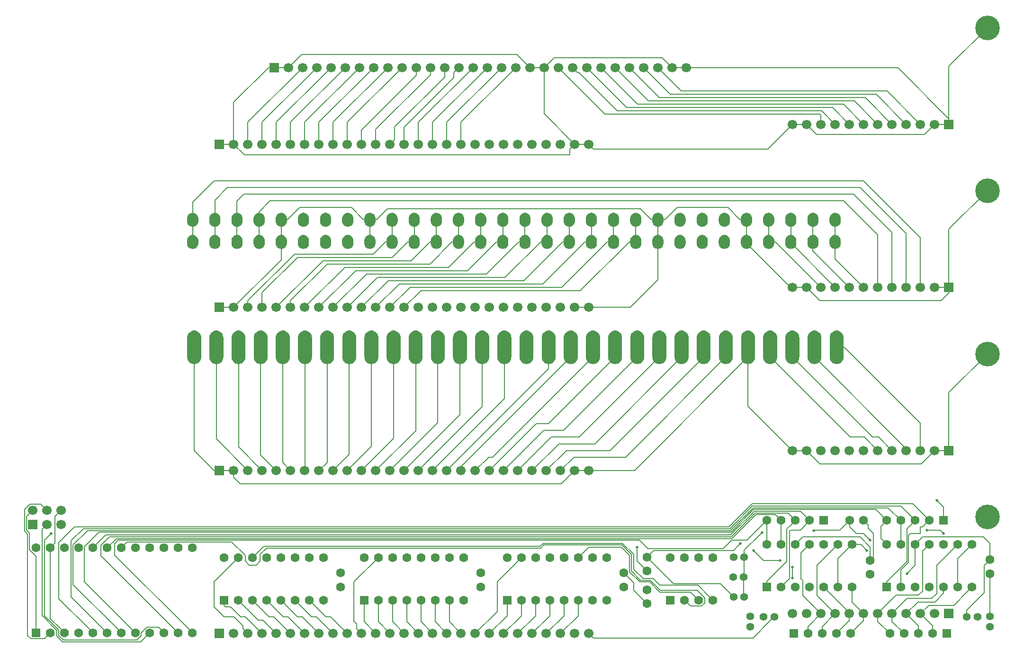
<source format=gbl>
G04 Layer: BottomLayer*
G04 EasyEDA v6.3.43, 2020-05-25T11:21:51+02:00*
G04 b2f46ff1345c4209a88c0a1db2e3f32b,10*
G04 Gerber Generator version 0.2*
G04 Scale: 100 percent, Rotated: No, Reflected: No *
G04 Dimensions in inches *
G04 leading zeros omitted , absolute positions ,2 integer and 4 decimal *
%FSLAX24Y24*%
%MOIN*%
G90*
G70D02*

%ADD11C,0.006000*%
%ADD12C,0.020000*%
%ADD13R,0.062990X0.062990*%
%ADD14C,0.062990*%
%ADD15R,0.066930X0.066930*%
%ADD16C,0.066930*%
%ADD17C,0.055120*%
%ADD18C,0.173230*%
%ADD19C,0.027560*%

%LPD*%
G54D11*
G01X2531Y1218D02*
G01X2126Y813D01*
G01X1144Y813D01*
G01X937Y1020D01*
G01X937Y8186D01*
G01X736Y8387D01*
G01X736Y9927D01*
G01X1077Y10268D01*
G01X1856Y10268D01*
G01X1946Y10178D01*
G01X2281Y9843D01*
G01X2281Y8843D02*
G01X1946Y8509D01*
G01X1946Y2441D01*
G01X3006Y1382D01*
G01X3006Y974D01*
G01X3397Y583D01*
G01X8895Y583D01*
G01X9216Y903D01*
G01X9531Y1218D01*
G01X1281Y9843D02*
G01X856Y9419D01*
G01X856Y8437D01*
G01X1057Y8236D01*
G01X1057Y7081D01*
G01X1531Y6607D01*
G01X1531Y1593D01*
G01X1531Y1218D01*
G01X2578Y8203D02*
G01X2126Y7751D01*
G01X2126Y2431D01*
G01X3126Y1431D01*
G01X3126Y1024D01*
G01X3447Y703D01*
G01X8614Y703D01*
G01X8936Y1024D01*
G01X8936Y1223D01*
G01X9336Y1623D01*
G01X10126Y1623D01*
G01X10216Y1533D01*
G01X10531Y1218D01*
G01X63765Y25547D02*
G01X63765Y29046D01*
G01X59765Y33046D01*
G01X14062Y33046D01*
G01X12550Y31534D01*
G01X12550Y30310D01*
G01X12550Y28751D01*
G01X62765Y25547D02*
G01X62765Y29343D01*
G01X59531Y32578D01*
G01X15000Y32578D01*
G01X14108Y31687D01*
G01X14108Y30310D01*
G01X14108Y28751D01*
G01X61765Y25547D02*
G01X61765Y29406D01*
G01X59062Y32109D01*
G01X16171Y32109D01*
G01X15668Y31605D01*
G01X15668Y30310D01*
G01X15668Y29758D01*
G01X15668Y28751D01*
G01X60765Y25547D02*
G01X60765Y29234D01*
G01X58359Y31640D01*
G01X18004Y31640D01*
G01X17227Y30862D01*
G01X17227Y30310D01*
G01X17227Y28751D01*
G01X53085Y30310D02*
G01X53085Y28751D01*
G01X53561Y28751D01*
G01X56765Y25547D01*
G01X54644Y30310D02*
G01X54644Y28751D01*
G01X54644Y28668D01*
G01X57765Y25547D01*
G01X56203Y30310D02*
G01X56203Y28751D01*
G01X56203Y28109D01*
G01X58765Y25547D01*
G01X57762Y30310D02*
G01X57762Y28751D01*
G01X57762Y27550D01*
G01X59765Y25547D01*
G01X26581Y30310D02*
G01X26581Y28751D01*
G01X26127Y28751D01*
G01X25266Y27890D01*
G01X19713Y27890D01*
G01X16437Y24614D01*
G01X16437Y24141D01*
G01X28140Y30310D02*
G01X28140Y28751D01*
G01X27686Y28751D01*
G01X26591Y27656D01*
G01X19921Y27656D01*
G01X17437Y25171D01*
G01X17437Y24141D01*
G01X29699Y30310D02*
G01X29699Y28751D01*
G01X29245Y28751D01*
G01X27915Y27421D01*
G01X21718Y27421D01*
G01X18437Y24141D01*
G01X31258Y30310D02*
G01X31258Y28751D01*
G01X30804Y28751D01*
G01X29240Y27187D01*
G01X22010Y27187D01*
G01X19437Y24614D01*
G01X19437Y24141D01*
G01X32817Y30310D02*
G01X32817Y28751D01*
G01X32364Y28751D01*
G01X30565Y26953D01*
G01X23249Y26953D01*
G01X20437Y24141D01*
G01X34376Y30310D02*
G01X34376Y28751D01*
G01X33923Y28751D01*
G01X31889Y26718D01*
G01X24015Y26718D01*
G01X21437Y24141D01*
G01X35935Y30310D02*
G01X35935Y28751D01*
G01X35482Y28751D01*
G01X33214Y26484D01*
G01X24780Y26484D01*
G01X22437Y24141D01*
G01X37494Y30310D02*
G01X37494Y28751D01*
G01X37041Y28751D01*
G01X34539Y26250D01*
G01X25546Y26250D01*
G01X23862Y24565D01*
G01X23862Y24565D01*
G01X23437Y24141D01*
G01X39053Y30310D02*
G01X39053Y28751D01*
G01X38600Y28751D01*
G01X35864Y26015D01*
G01X26312Y26015D01*
G01X24437Y24141D01*
G01X40612Y30310D02*
G01X40612Y29758D01*
G01X40612Y28751D01*
G01X40159Y28751D01*
G01X37188Y25781D01*
G01X27077Y25781D01*
G01X25437Y24141D01*
G01X42172Y30310D02*
G01X42172Y28751D01*
G01X41718Y28751D01*
G01X38513Y25546D01*
G01X27843Y25546D01*
G01X26437Y24141D01*
G01X43730Y30310D02*
G01X43730Y28751D01*
G01X43277Y28751D01*
G01X39838Y25312D01*
G01X28608Y25312D01*
G01X27437Y24141D01*
G01X64765Y25547D02*
G01X65765Y25547D01*
G01X25022Y30310D02*
G01X25476Y30310D01*
G01X26250Y31084D01*
G01X44062Y31084D01*
G01X44836Y30310D01*
G01X45290Y30310D01*
G01X14437Y24141D02*
G01X15437Y24141D01*
G01X18786Y27489D01*
G01X18786Y28751D01*
G01X18786Y30310D01*
G01X19239Y30310D01*
G01X20101Y31171D01*
G01X23707Y31171D01*
G01X24568Y30310D01*
G01X25022Y30310D01*
G01X25022Y28751D01*
G01X68474Y32344D02*
G01X65765Y29635D01*
G01X65765Y25547D01*
G01X65765Y25152D01*
G01X65222Y24609D01*
G01X56703Y24609D01*
G01X55765Y25547D01*
G01X54765Y25547D01*
G01X54632Y25547D01*
G01X51526Y28653D01*
G01X51526Y28751D01*
G01X51526Y30310D01*
G01X51072Y30310D01*
G01X50211Y31171D01*
G01X46640Y31171D01*
G01X45779Y30310D01*
G01X45290Y30310D01*
G01X45290Y28751D01*
G01X45290Y26071D01*
G01X43359Y24141D01*
G01X40437Y24141D01*
G01X39437Y24141D01*
G01X53191Y21328D02*
G01X53191Y20639D01*
G01X58830Y15000D01*
G01X59828Y15000D01*
G01X60765Y14062D01*
G01X54750Y21328D02*
G01X54750Y20639D01*
G01X60389Y15000D01*
G01X60828Y15000D01*
G01X61765Y14062D01*
G01X56309Y21328D02*
G01X56309Y20639D01*
G01X62765Y14183D01*
G01X62765Y14062D01*
G01X57868Y21328D02*
G01X58420Y21328D01*
G01X63765Y15983D01*
G01X63765Y14536D01*
G01X63765Y14062D01*
G01X14215Y21328D02*
G01X14215Y14878D01*
G01X16437Y12656D01*
G01X15774Y21328D02*
G01X15774Y14319D01*
G01X17437Y12656D01*
G01X17333Y21328D02*
G01X17333Y13760D01*
G01X18437Y12656D01*
G01X18892Y21328D02*
G01X18892Y13201D01*
G01X19437Y12656D01*
G01X20451Y21328D02*
G01X20451Y12670D01*
G01X20437Y12656D01*
G01X22010Y21328D02*
G01X22010Y13229D01*
G01X21437Y12656D01*
G01X23569Y21328D02*
G01X23569Y13788D01*
G01X22437Y12656D01*
G01X25128Y21328D02*
G01X25128Y14347D01*
G01X23437Y12656D01*
G01X26687Y21328D02*
G01X26687Y14906D01*
G01X24437Y12656D01*
G01X28246Y21328D02*
G01X28246Y15465D01*
G01X25437Y12656D01*
G01X29805Y21328D02*
G01X29805Y16024D01*
G01X26437Y12656D01*
G01X31364Y21328D02*
G01X31364Y16583D01*
G01X27437Y12656D01*
G01X32923Y21328D02*
G01X32923Y17143D01*
G01X28437Y12656D01*
G01X34483Y21328D02*
G01X34483Y17702D01*
G01X29437Y12656D01*
G01X37601Y21328D02*
G01X37601Y19820D01*
G01X30437Y12656D01*
G01X39160Y21328D02*
G01X39160Y20639D01*
G01X31437Y12916D01*
G01X31437Y12656D01*
G01X40719Y21328D02*
G01X40719Y20639D01*
G01X33673Y13593D01*
G01X33374Y13593D01*
G01X32437Y12656D01*
G01X42278Y21328D02*
G01X42278Y20639D01*
G01X37576Y15937D01*
G01X36718Y15937D01*
G01X33437Y12656D01*
G01X43837Y21328D02*
G01X43837Y20639D01*
G01X38666Y15468D01*
G01X37249Y15468D01*
G01X34437Y12656D01*
G01X45396Y21328D02*
G01X45396Y20639D01*
G01X39757Y15000D01*
G01X37780Y15000D01*
G01X35437Y12656D01*
G01X46955Y21328D02*
G01X46955Y20639D01*
G01X40847Y14531D01*
G01X38312Y14531D01*
G01X36437Y12656D01*
G01X48514Y21328D02*
G01X48514Y20639D01*
G01X41937Y14062D01*
G01X38843Y14062D01*
G01X37437Y12656D01*
G01X50073Y21328D02*
G01X50073Y20639D01*
G01X43028Y13593D01*
G01X39374Y13593D01*
G01X38437Y12656D01*
G01X12656Y21328D02*
G01X12656Y14043D01*
G01X14042Y12656D01*
G01X14437Y12656D01*
G01X15437Y12656D01*
G01X15437Y12183D01*
G01X15901Y11718D01*
G01X38499Y11718D01*
G01X39102Y12321D01*
G01X39437Y12656D01*
G01X40437Y12656D01*
G01X43649Y12656D01*
G01X51632Y20639D01*
G01X51632Y21328D01*
G01X51632Y17195D01*
G01X54765Y14062D01*
G01X55765Y14062D01*
G01X56703Y13125D01*
G01X63827Y13125D01*
G01X64765Y14062D01*
G01X65765Y14062D01*
G01X65765Y18150D01*
G01X68474Y20859D01*
G01X38281Y41015D02*
G01X41562Y37734D01*
G01X56718Y37734D01*
G01X56765Y37687D01*
G01X56765Y37032D01*
G01X39281Y41015D02*
G01X39615Y40681D01*
G01X39709Y40681D01*
G01X42421Y37968D01*
G01X56828Y37968D01*
G01X57765Y37032D01*
G01X58765Y37032D02*
G01X57594Y38203D01*
G01X43093Y38203D01*
G01X40281Y41015D01*
G01X41281Y41015D02*
G01X43859Y38437D01*
G01X58360Y38437D01*
G01X59765Y37032D01*
G01X60765Y37032D02*
G01X59125Y38671D01*
G01X44625Y38671D01*
G01X42281Y41015D01*
G01X43281Y41015D02*
G01X45390Y38906D01*
G01X59891Y38906D01*
G01X61765Y37032D01*
G01X62765Y37032D02*
G01X60656Y39140D01*
G01X46156Y39140D01*
G01X44281Y41015D01*
G01X45281Y41015D02*
G01X46921Y39375D01*
G01X61422Y39375D01*
G01X63765Y37032D01*
G01X20281Y41015D02*
G01X16437Y37171D01*
G01X16437Y36099D01*
G01X16437Y35625D01*
G01X17437Y35625D02*
G01X17437Y37171D01*
G01X20946Y40681D01*
G01X21281Y41015D01*
G01X18437Y35625D02*
G01X18437Y37171D01*
G01X21946Y40681D01*
G01X22281Y41015D01*
G01X19437Y35625D02*
G01X19437Y37171D01*
G01X23281Y41015D01*
G01X20437Y35625D02*
G01X20437Y37171D01*
G01X24281Y41015D01*
G01X21437Y35625D02*
G01X21437Y37171D01*
G01X25281Y41015D01*
G01X22437Y35625D02*
G01X22437Y37171D01*
G01X26281Y41015D01*
G01X23437Y35625D02*
G01X23437Y37171D01*
G01X27281Y41015D01*
G01X24437Y35625D02*
G01X24437Y36625D01*
G01X28281Y40468D01*
G01X28281Y41015D01*
G01X25437Y35625D02*
G01X25437Y36687D01*
G01X29281Y40531D01*
G01X29281Y41015D01*
G01X26437Y35625D02*
G01X26772Y35960D01*
G01X26772Y36850D01*
G01X30281Y40359D01*
G01X30281Y41015D01*
G01X27437Y35625D02*
G01X27437Y36812D01*
G01X30937Y40312D01*
G01X30937Y40671D01*
G01X31281Y41015D01*
G01X28437Y35625D02*
G01X28437Y37171D01*
G01X32281Y41015D01*
G01X29437Y35625D02*
G01X29437Y37171D01*
G01X33281Y41015D01*
G01X30437Y35625D02*
G01X30437Y37171D01*
G01X34281Y41015D01*
G01X31437Y35625D02*
G01X31437Y37171D01*
G01X35281Y41015D01*
G01X15437Y35625D02*
G01X14437Y35625D01*
G01X39437Y35625D02*
G01X40437Y35625D01*
G01X40772Y35291D01*
G01X53024Y35291D01*
G01X54430Y36697D01*
G01X54765Y37032D01*
G01X55765Y37032D01*
G01X56469Y36328D01*
G01X64061Y36328D01*
G01X64765Y37032D01*
G01X65765Y37032D01*
G01X37281Y41015D02*
G01X37281Y37782D01*
G01X39437Y35625D01*
G01X39102Y35291D01*
G01X39102Y34884D01*
G01X16179Y34884D01*
G01X15437Y35625D01*
G01X15437Y38566D01*
G01X17886Y41015D01*
G01X18281Y41015D01*
G01X18675Y41015D01*
G01X19281Y41015D01*
G01X20218Y41953D01*
G01X35343Y41953D01*
G01X36281Y41015D01*
G01X37281Y41015D01*
G01X37984Y41718D01*
G01X45578Y41718D01*
G01X46281Y41015D01*
G01X47281Y41015D01*
G01X62176Y41015D01*
G01X65765Y37426D01*
G01X65765Y37032D01*
G01X65765Y41120D01*
G01X68474Y43828D01*
G01X68671Y2388D02*
G01X68671Y5390D01*
G01X64921Y10546D02*
G01X65390Y10078D01*
G01X65390Y9140D01*
G01X44531Y5578D02*
G01X43828Y6281D01*
G01X43828Y7265D01*
G01X42890Y5437D02*
G01X43593Y4734D01*
G01X43593Y4218D01*
G01X44531Y3281D01*
G01X54753Y5842D02*
G01X54753Y5080D01*
G01X40437Y1171D02*
G01X40772Y837D01*
G01X51975Y837D01*
G01X53206Y2068D01*
G01X53482Y2343D01*
G01X52031Y7031D02*
G01X52734Y6328D01*
G01X53906Y6328D01*
G01X51093Y7500D02*
G01X50993Y7400D01*
G01X50607Y7013D01*
G01X44982Y7013D01*
G01X44531Y6562D01*
G01X46400Y4693D01*
G01X49681Y4693D01*
G01X50349Y4025D01*
G01X50625Y3750D01*
G01X3531Y1218D02*
G01X3216Y1533D01*
G01X2531Y2218D01*
G01X2531Y7218D01*
G01X2846Y7533D01*
G01X2846Y9408D01*
G01X2946Y9509D01*
G01X3281Y9843D01*
G01X59765Y9140D02*
G01X60080Y8825D01*
G01X60080Y8591D01*
G01X60468Y8203D01*
G01X60468Y6328D01*
G01X60234Y6328D01*
G01X60234Y7265D01*
G01X59531Y7968D01*
G01X55484Y7968D01*
G01X54968Y7453D01*
G01X67031Y2343D02*
G01X67031Y2812D01*
G01X68266Y4048D01*
G01X68266Y5969D01*
G01X68356Y6059D01*
G01X68671Y6374D01*
G01X68671Y7500D01*
G01X68203Y7968D01*
G01X63921Y7968D01*
G01X63406Y7453D01*
G01X63406Y5984D01*
G01X62812Y5390D01*
G01X47171Y3515D02*
G01X47576Y3110D01*
G01X48366Y3110D01*
G01X48576Y3321D01*
G01X48576Y3688D01*
G01X48046Y4218D01*
G01X45468Y4218D01*
G01X44765Y4921D01*
G01X44062Y4921D01*
G01X43415Y5568D01*
G01X43415Y6740D01*
G01X42752Y7403D01*
G01X37264Y7403D01*
G01X37054Y7193D01*
G01X17740Y7193D01*
G01X17290Y6743D01*
G01X17290Y6271D01*
G01X17009Y5990D01*
G01X16521Y5990D01*
G01X16240Y6271D01*
G01X16240Y6689D01*
G01X15306Y7623D01*
G01X7936Y7623D01*
G01X7846Y7533D01*
G01X7531Y7218D01*
G01X16765Y6515D02*
G01X17563Y7313D01*
G01X37004Y7313D01*
G01X37215Y7523D01*
G01X42806Y7523D01*
G01X43593Y6736D01*
G01X43593Y5689D01*
G01X44241Y5041D01*
G01X44950Y5041D01*
G01X45418Y4573D01*
G01X48114Y4573D01*
G01X48856Y3830D01*
G01X49171Y3515D01*
G01X48171Y3515D02*
G01X47588Y4098D01*
G01X45418Y4098D01*
G01X44715Y4801D01*
G01X44012Y4801D01*
G01X43295Y5519D01*
G01X43295Y6690D01*
G01X42720Y7265D01*
G01X40437Y7265D01*
G01X40002Y6830D01*
G01X39687Y6515D01*
G01X53968Y7453D02*
G01X53968Y9140D01*
G01X53653Y9455D01*
G01X53563Y9545D01*
G01X52188Y9545D01*
G01X50506Y7863D01*
G01X7176Y7863D01*
G01X6531Y7218D01*
G01X5531Y7218D02*
G01X6416Y8103D01*
G01X50406Y8103D01*
G01X52088Y9785D01*
G01X55323Y9785D01*
G01X55653Y9455D01*
G01X55968Y9140D01*
G01X55653Y8825D01*
G01X55653Y8778D01*
G01X55312Y8437D01*
G01X54609Y8437D01*
G01X54563Y8391D01*
G01X54563Y5048D01*
G01X54283Y4768D01*
G01X53968Y4453D01*
G01X52968Y7453D02*
G01X52968Y9140D01*
G01X51561Y7733D01*
G01X50505Y7733D01*
G01X49905Y7133D01*
G01X44606Y7133D01*
G01X43997Y7743D01*
G01X7306Y7743D01*
G01X7056Y7493D01*
G01X7056Y6693D01*
G01X12216Y1533D01*
G01X12531Y1218D01*
G01X52968Y4453D02*
G01X52968Y4857D01*
G01X54373Y6262D01*
G01X54373Y8545D01*
G01X54653Y8825D01*
G01X54968Y9140D01*
G01X54653Y9455D01*
G01X54443Y9665D01*
G01X52138Y9665D01*
G01X50456Y7983D01*
G01X6696Y7983D01*
G01X6093Y7380D01*
G01X6093Y6656D01*
G01X11531Y1218D01*
G01X61406Y4453D02*
G01X61406Y4828D01*
G01X62811Y6233D01*
G01X62811Y8561D01*
G01X63075Y8825D01*
G01X63390Y9140D01*
G01X63075Y9455D01*
G01X62385Y10145D01*
G01X51939Y10145D01*
G01X50346Y8551D01*
G01X4845Y8551D01*
G01X4006Y7712D01*
G01X4006Y3743D01*
G01X6531Y1218D01*
G01X62406Y4453D02*
G01X62406Y5658D01*
G01X62931Y6183D01*
G01X62931Y8087D01*
G01X63046Y8203D01*
G01X63750Y8203D01*
G01X63750Y8671D01*
G01X63921Y8671D01*
G01X64390Y9140D01*
G01X63218Y10312D01*
G01X51936Y10312D01*
G01X50296Y8671D01*
G01X4218Y8671D01*
G01X3126Y7579D01*
G01X3126Y3623D01*
G01X5216Y1533D01*
G01X5531Y1218D01*
G01X8531Y1218D02*
G01X4936Y4813D01*
G01X4936Y7280D01*
G01X5968Y8311D01*
G01X38912Y8311D01*
G01X39003Y8311D01*
G01X50445Y8311D01*
G01X52039Y9905D01*
G01X60625Y9905D01*
G01X61075Y9455D01*
G01X61390Y9140D01*
G01X60981Y8731D01*
G01X60981Y7877D01*
G01X61091Y7768D01*
G01X61406Y7453D01*
G01X7531Y1218D02*
G01X7216Y1533D01*
G01X4126Y4623D01*
G01X4126Y7413D01*
G01X5144Y8431D01*
G01X50395Y8431D01*
G01X51989Y10025D01*
G01X61505Y10025D01*
G01X62390Y9140D01*
G01X62390Y7468D01*
G01X62406Y7453D01*
G01X65390Y8203D02*
G01X65156Y8437D01*
G01X64218Y8437D01*
G01X56267Y8420D02*
G01X56284Y8437D01*
G01X58078Y8437D01*
G01X58781Y9140D01*
G01X58781Y8695D01*
G01X59273Y8203D01*
G01X59765Y8203D01*
G01X60234Y7734D01*
G01X52613Y8285D02*
G01X52513Y8185D01*
G01X51373Y7044D01*
G01X51373Y6562D01*
G01X51373Y5201D01*
G01X51328Y5156D01*
G01X51328Y3794D01*
G01X51373Y3750D01*
G01X66406Y4453D02*
G01X66406Y6453D01*
G01X67406Y7453D01*
G01X57968Y4453D02*
G01X57968Y6453D01*
G01X58968Y7453D01*
G01X59578Y7453D01*
G01X60000Y7031D01*
G01X55843Y1171D02*
G01X55843Y1656D01*
G01X56765Y2578D01*
G01X55493Y3850D01*
G01X55493Y4910D01*
G01X55373Y5030D01*
G01X55373Y6858D01*
G01X55653Y7138D01*
G01X55968Y7453D01*
G01X57843Y1171D02*
G01X58765Y2093D01*
G01X58765Y2578D01*
G01X58765Y2656D01*
G01X56968Y4453D01*
G01X56843Y1171D02*
G01X56843Y1656D01*
G01X57765Y2578D01*
G01X56484Y3859D01*
G01X56484Y5968D01*
G01X57968Y7453D01*
G01X58968Y4453D02*
G01X58968Y3375D01*
G01X59765Y2578D01*
G01X59765Y2093D01*
G01X58843Y1171D01*
G01X64406Y7453D02*
G01X63926Y6973D01*
G01X63926Y4160D01*
G01X63635Y3870D01*
G01X62057Y3870D01*
G01X61100Y2912D01*
G01X60765Y2578D01*
G01X60765Y2031D01*
G01X61625Y1171D01*
G01X66406Y7453D02*
G01X64921Y5968D01*
G01X64921Y3984D01*
G01X64573Y3635D01*
G01X62823Y3635D01*
G01X61765Y2578D01*
G01X61765Y2031D01*
G01X62625Y1171D01*
G01X65406Y4453D02*
G01X65406Y4007D01*
G01X64794Y3395D01*
G01X63583Y3395D01*
G01X62765Y2578D01*
G01X63625Y1718D01*
G01X63625Y1171D01*
G01X67406Y4453D02*
G01X67091Y4138D01*
G01X66114Y3161D01*
G01X64348Y3161D01*
G01X63765Y2578D01*
G01X64625Y1718D01*
G01X64625Y1171D01*
G01X38437Y1171D02*
G01X39687Y2421D01*
G01X39687Y3515D01*
G01X37437Y1171D02*
G01X38687Y2421D01*
G01X38687Y3515D01*
G01X36437Y1171D02*
G01X37687Y2421D01*
G01X37687Y3515D01*
G01X35437Y1171D02*
G01X36687Y2421D01*
G01X36687Y3515D01*
G01X34437Y1171D02*
G01X35687Y2421D01*
G01X35687Y3515D01*
G01X33437Y1171D02*
G01X34687Y2421D01*
G01X34687Y3515D01*
G01X32437Y1171D02*
G01X33984Y2718D01*
G01X33984Y4812D01*
G01X35687Y6515D01*
G01X30609Y3515D02*
G01X30609Y2000D01*
G01X31437Y1171D01*
G01X29609Y3515D02*
G01X29609Y2000D01*
G01X30437Y1171D01*
G01X28609Y3515D02*
G01X28609Y2000D01*
G01X29437Y1171D01*
G01X27609Y3515D02*
G01X27609Y2000D01*
G01X28437Y1171D01*
G01X26609Y3515D02*
G01X26609Y2000D01*
G01X27437Y1171D01*
G01X25609Y3515D02*
G01X25609Y2000D01*
G01X26437Y1171D01*
G01X24609Y3515D02*
G01X24609Y2000D01*
G01X25437Y1171D01*
G01X24437Y1171D02*
G01X24102Y1506D01*
G01X24102Y1837D01*
G01X23906Y2033D01*
G01X23906Y4812D01*
G01X25609Y6515D01*
G01X20765Y3515D02*
G01X21937Y2343D01*
G01X22265Y2343D01*
G01X23437Y1171D01*
G01X19765Y3515D02*
G01X20937Y2343D01*
G01X21265Y2343D01*
G01X22437Y1171D01*
G01X18765Y3515D02*
G01X19080Y3200D01*
G01X19080Y3185D01*
G01X19921Y2343D01*
G01X20265Y2343D01*
G01X21437Y1171D01*
G01X17765Y3515D02*
G01X18937Y2343D01*
G01X19265Y2343D01*
G01X20437Y1171D01*
G01X16765Y3515D02*
G01X17937Y2343D01*
G01X18265Y2343D01*
G01X19437Y1171D01*
G01X15765Y3515D02*
G01X17171Y2109D01*
G01X17500Y2109D01*
G01X18437Y1171D01*
G01X14765Y3515D02*
G01X14765Y3140D01*
G01X14859Y3046D01*
G01X15234Y3046D01*
G01X15937Y2343D01*
G01X16265Y2343D01*
G01X17437Y1171D01*
G01X16437Y1171D02*
G01X16102Y1506D01*
G01X16102Y1709D01*
G01X15468Y2343D01*
G01X14765Y2343D01*
G01X14062Y3046D01*
G01X14062Y4812D01*
G01X15765Y6515D01*
G54D13*
G01X1531Y1218D03*
G54D14*
G01X2531Y1218D03*
G01X3531Y1218D03*
G01X4531Y1218D03*
G01X5531Y1218D03*
G01X6531Y1218D03*
G01X7531Y1218D03*
G01X8531Y1218D03*
G01X9531Y1218D03*
G01X10531Y1218D03*
G01X11531Y1218D03*
G01X12531Y1218D03*
G01X12531Y7218D03*
G01X11531Y7218D03*
G01X10531Y7218D03*
G01X9531Y7218D03*
G01X8531Y7218D03*
G01X7531Y7218D03*
G01X6531Y7218D03*
G01X5531Y7218D03*
G01X4531Y7218D03*
G01X3531Y7218D03*
G01X2531Y7218D03*
G01X1531Y7218D03*
G54D15*
G01X65765Y2578D03*
G54D16*
G01X64765Y2578D03*
G01X63765Y2578D03*
G01X62765Y2578D03*
G01X61765Y2578D03*
G01X60765Y2578D03*
G01X59765Y2578D03*
G01X58765Y2578D03*
G01X57765Y2578D03*
G01X56765Y2578D03*
G01X55765Y2578D03*
G01X54765Y2578D03*
G54D15*
G01X14437Y1171D03*
G54D16*
G01X15437Y1171D03*
G01X16437Y1171D03*
G01X17437Y1171D03*
G01X18437Y1171D03*
G01X19437Y1171D03*
G01X20437Y1171D03*
G01X21437Y1171D03*
G01X22437Y1171D03*
G01X23437Y1171D03*
G01X24437Y1171D03*
G01X25437Y1171D03*
G01X26437Y1171D03*
G01X27437Y1171D03*
G01X28437Y1171D03*
G01X29437Y1171D03*
G01X30437Y1171D03*
G01X31437Y1171D03*
G01X32437Y1171D03*
G01X33437Y1171D03*
G01X34437Y1171D03*
G01X35437Y1171D03*
G01X36437Y1171D03*
G01X37437Y1171D03*
G01X38437Y1171D03*
G01X39437Y1171D03*
G01X40437Y1171D03*
G36*
G01X12943Y30212D02*
G01X12940Y30163D01*
G01X12931Y30114D01*
G01X12915Y30067D01*
G01X12894Y30022D01*
G01X12868Y29980D01*
G01X12837Y29942D01*
G01X12800Y29909D01*
G01X12760Y29879D01*
G01X12717Y29856D01*
G01X12671Y29837D01*
G01X12623Y29825D01*
G01X12574Y29819D01*
G01X12525Y29819D01*
G01X12476Y29825D01*
G01X12428Y29837D01*
G01X12382Y29856D01*
G01X12338Y29879D01*
G01X12299Y29909D01*
G01X12263Y29942D01*
G01X12231Y29980D01*
G01X12205Y30022D01*
G01X12183Y30067D01*
G01X12168Y30114D01*
G01X12159Y30163D01*
G01X12156Y30212D01*
G01X12156Y30409D01*
G01X12159Y30458D01*
G01X12168Y30507D01*
G01X12183Y30554D01*
G01X12205Y30598D01*
G01X12231Y30640D01*
G01X12263Y30678D01*
G01X12299Y30712D01*
G01X12338Y30741D01*
G01X12382Y30765D01*
G01X12428Y30783D01*
G01X12476Y30795D01*
G01X12525Y30802D01*
G01X12574Y30802D01*
G01X12623Y30795D01*
G01X12671Y30783D01*
G01X12717Y30765D01*
G01X12760Y30741D01*
G01X12800Y30712D01*
G01X12837Y30678D01*
G01X12868Y30640D01*
G01X12894Y30598D01*
G01X12915Y30554D01*
G01X12931Y30507D01*
G01X12940Y30458D01*
G01X12943Y30409D01*
G01X12943Y30212D01*
G37*
G36*
G01X12943Y28653D02*
G01X12940Y28603D01*
G01X12931Y28555D01*
G01X12915Y28508D01*
G01X12894Y28463D01*
G01X12868Y28421D01*
G01X12837Y28383D01*
G01X12800Y28349D01*
G01X12760Y28320D01*
G01X12717Y28297D01*
G01X12671Y28278D01*
G01X12623Y28266D01*
G01X12574Y28260D01*
G01X12525Y28260D01*
G01X12476Y28266D01*
G01X12428Y28278D01*
G01X12382Y28297D01*
G01X12338Y28320D01*
G01X12299Y28349D01*
G01X12263Y28383D01*
G01X12231Y28421D01*
G01X12205Y28463D01*
G01X12183Y28508D01*
G01X12168Y28555D01*
G01X12159Y28603D01*
G01X12156Y28653D01*
G01X12156Y28850D01*
G01X12159Y28899D01*
G01X12168Y28948D01*
G01X12183Y28995D01*
G01X12205Y29039D01*
G01X12231Y29081D01*
G01X12263Y29119D01*
G01X12299Y29153D01*
G01X12338Y29182D01*
G01X12382Y29206D01*
G01X12428Y29224D01*
G01X12476Y29236D01*
G01X12525Y29243D01*
G01X12574Y29243D01*
G01X12623Y29236D01*
G01X12671Y29224D01*
G01X12717Y29206D01*
G01X12760Y29182D01*
G01X12800Y29153D01*
G01X12837Y29119D01*
G01X12868Y29081D01*
G01X12894Y29039D01*
G01X12915Y28995D01*
G01X12931Y28948D01*
G01X12940Y28899D01*
G01X12943Y28850D01*
G01X12943Y28653D01*
G37*
G36*
G01X14502Y30212D02*
G01X14499Y30163D01*
G01X14490Y30114D01*
G01X14475Y30067D01*
G01X14453Y30022D01*
G01X14427Y29980D01*
G01X14395Y29942D01*
G01X14359Y29909D01*
G01X14319Y29879D01*
G01X14276Y29856D01*
G01X14230Y29837D01*
G01X14182Y29825D01*
G01X14133Y29819D01*
G01X14084Y29819D01*
G01X14035Y29825D01*
G01X13987Y29837D01*
G01X13941Y29856D01*
G01X13898Y29879D01*
G01X13858Y29909D01*
G01X13821Y29942D01*
G01X13790Y29980D01*
G01X13763Y30022D01*
G01X13743Y30067D01*
G01X13727Y30114D01*
G01X13718Y30163D01*
G01X13715Y30212D01*
G01X13715Y30409D01*
G01X13718Y30458D01*
G01X13727Y30507D01*
G01X13743Y30554D01*
G01X13763Y30598D01*
G01X13790Y30640D01*
G01X13821Y30678D01*
G01X13858Y30712D01*
G01X13898Y30741D01*
G01X13941Y30765D01*
G01X13987Y30783D01*
G01X14035Y30795D01*
G01X14084Y30802D01*
G01X14133Y30802D01*
G01X14182Y30795D01*
G01X14230Y30783D01*
G01X14276Y30765D01*
G01X14319Y30741D01*
G01X14359Y30712D01*
G01X14395Y30678D01*
G01X14427Y30640D01*
G01X14453Y30598D01*
G01X14475Y30554D01*
G01X14490Y30507D01*
G01X14499Y30458D01*
G01X14502Y30409D01*
G01X14502Y30212D01*
G37*
G36*
G01X14502Y28653D02*
G01X14499Y28603D01*
G01X14490Y28555D01*
G01X14475Y28508D01*
G01X14453Y28463D01*
G01X14427Y28421D01*
G01X14395Y28383D01*
G01X14359Y28349D01*
G01X14319Y28320D01*
G01X14276Y28297D01*
G01X14230Y28278D01*
G01X14182Y28266D01*
G01X14133Y28260D01*
G01X14084Y28260D01*
G01X14035Y28266D01*
G01X13987Y28278D01*
G01X13941Y28297D01*
G01X13898Y28320D01*
G01X13858Y28349D01*
G01X13821Y28383D01*
G01X13790Y28421D01*
G01X13763Y28463D01*
G01X13743Y28508D01*
G01X13727Y28555D01*
G01X13718Y28603D01*
G01X13715Y28653D01*
G01X13715Y28850D01*
G01X13718Y28899D01*
G01X13727Y28948D01*
G01X13743Y28995D01*
G01X13763Y29039D01*
G01X13790Y29081D01*
G01X13821Y29119D01*
G01X13858Y29153D01*
G01X13898Y29182D01*
G01X13941Y29206D01*
G01X13987Y29224D01*
G01X14035Y29236D01*
G01X14084Y29243D01*
G01X14133Y29243D01*
G01X14182Y29236D01*
G01X14230Y29224D01*
G01X14276Y29206D01*
G01X14319Y29182D01*
G01X14359Y29153D01*
G01X14395Y29119D01*
G01X14427Y29081D01*
G01X14453Y29039D01*
G01X14475Y28995D01*
G01X14490Y28948D01*
G01X14499Y28899D01*
G01X14502Y28850D01*
G01X14502Y28653D01*
G37*
G36*
G01X16061Y30212D02*
G01X16058Y30163D01*
G01X16049Y30114D01*
G01X16034Y30067D01*
G01X16013Y30022D01*
G01X15986Y29980D01*
G01X15955Y29942D01*
G01X15919Y29909D01*
G01X15878Y29879D01*
G01X15835Y29856D01*
G01X15789Y29837D01*
G01X15741Y29825D01*
G01X15692Y29819D01*
G01X15643Y29819D01*
G01X15594Y29825D01*
G01X15546Y29837D01*
G01X15500Y29856D01*
G01X15457Y29879D01*
G01X15417Y29909D01*
G01X15381Y29942D01*
G01X15349Y29980D01*
G01X15323Y30022D01*
G01X15301Y30067D01*
G01X15286Y30114D01*
G01X15277Y30163D01*
G01X15274Y30212D01*
G01X15274Y30409D01*
G01X15277Y30458D01*
G01X15286Y30507D01*
G01X15301Y30554D01*
G01X15323Y30598D01*
G01X15349Y30640D01*
G01X15381Y30678D01*
G01X15417Y30712D01*
G01X15457Y30741D01*
G01X15500Y30765D01*
G01X15546Y30783D01*
G01X15594Y30795D01*
G01X15643Y30802D01*
G01X15692Y30802D01*
G01X15741Y30795D01*
G01X15789Y30783D01*
G01X15835Y30765D01*
G01X15878Y30741D01*
G01X15919Y30712D01*
G01X15955Y30678D01*
G01X15986Y30640D01*
G01X16013Y30598D01*
G01X16034Y30554D01*
G01X16049Y30507D01*
G01X16058Y30458D01*
G01X16061Y30409D01*
G01X16061Y30212D01*
G37*
G36*
G01X16061Y28653D02*
G01X16058Y28603D01*
G01X16049Y28555D01*
G01X16034Y28508D01*
G01X16013Y28463D01*
G01X15986Y28421D01*
G01X15955Y28383D01*
G01X15919Y28349D01*
G01X15878Y28320D01*
G01X15835Y28297D01*
G01X15789Y28278D01*
G01X15741Y28266D01*
G01X15692Y28260D01*
G01X15643Y28260D01*
G01X15594Y28266D01*
G01X15546Y28278D01*
G01X15500Y28297D01*
G01X15457Y28320D01*
G01X15417Y28349D01*
G01X15381Y28383D01*
G01X15349Y28421D01*
G01X15323Y28463D01*
G01X15301Y28508D01*
G01X15286Y28555D01*
G01X15277Y28603D01*
G01X15274Y28653D01*
G01X15274Y28850D01*
G01X15277Y28899D01*
G01X15286Y28948D01*
G01X15301Y28995D01*
G01X15323Y29039D01*
G01X15349Y29081D01*
G01X15381Y29119D01*
G01X15417Y29153D01*
G01X15457Y29182D01*
G01X15500Y29206D01*
G01X15546Y29224D01*
G01X15594Y29236D01*
G01X15643Y29243D01*
G01X15692Y29243D01*
G01X15741Y29236D01*
G01X15789Y29224D01*
G01X15835Y29206D01*
G01X15878Y29182D01*
G01X15919Y29153D01*
G01X15955Y29119D01*
G01X15986Y29081D01*
G01X16013Y29039D01*
G01X16034Y28995D01*
G01X16049Y28948D01*
G01X16058Y28899D01*
G01X16061Y28850D01*
G01X16061Y28653D01*
G37*
G36*
G01X17620Y30212D02*
G01X17617Y30163D01*
G01X17608Y30114D01*
G01X17593Y30067D01*
G01X17572Y30022D01*
G01X17545Y29980D01*
G01X17514Y29942D01*
G01X17478Y29909D01*
G01X17438Y29879D01*
G01X17394Y29856D01*
G01X17348Y29837D01*
G01X17300Y29825D01*
G01X17251Y29819D01*
G01X17202Y29819D01*
G01X17153Y29825D01*
G01X17105Y29837D01*
G01X17059Y29856D01*
G01X17016Y29879D01*
G01X16976Y29909D01*
G01X16940Y29942D01*
G01X16908Y29980D01*
G01X16882Y30022D01*
G01X16861Y30067D01*
G01X16845Y30114D01*
G01X16836Y30163D01*
G01X16833Y30212D01*
G01X16833Y30409D01*
G01X16836Y30458D01*
G01X16845Y30507D01*
G01X16861Y30554D01*
G01X16882Y30598D01*
G01X16908Y30640D01*
G01X16940Y30678D01*
G01X16976Y30712D01*
G01X17016Y30741D01*
G01X17059Y30765D01*
G01X17105Y30783D01*
G01X17153Y30795D01*
G01X17202Y30802D01*
G01X17251Y30802D01*
G01X17300Y30795D01*
G01X17348Y30783D01*
G01X17394Y30765D01*
G01X17438Y30741D01*
G01X17478Y30712D01*
G01X17514Y30678D01*
G01X17545Y30640D01*
G01X17572Y30598D01*
G01X17593Y30554D01*
G01X17608Y30507D01*
G01X17617Y30458D01*
G01X17620Y30409D01*
G01X17620Y30212D01*
G37*
G36*
G01X17620Y28653D02*
G01X17617Y28603D01*
G01X17608Y28555D01*
G01X17593Y28508D01*
G01X17572Y28463D01*
G01X17545Y28421D01*
G01X17514Y28383D01*
G01X17478Y28349D01*
G01X17438Y28320D01*
G01X17394Y28297D01*
G01X17348Y28278D01*
G01X17300Y28266D01*
G01X17251Y28260D01*
G01X17202Y28260D01*
G01X17153Y28266D01*
G01X17105Y28278D01*
G01X17059Y28297D01*
G01X17016Y28320D01*
G01X16976Y28349D01*
G01X16940Y28383D01*
G01X16908Y28421D01*
G01X16882Y28463D01*
G01X16861Y28508D01*
G01X16845Y28555D01*
G01X16836Y28603D01*
G01X16833Y28653D01*
G01X16833Y28850D01*
G01X16836Y28899D01*
G01X16845Y28948D01*
G01X16861Y28995D01*
G01X16882Y29039D01*
G01X16908Y29081D01*
G01X16940Y29119D01*
G01X16976Y29153D01*
G01X17016Y29182D01*
G01X17059Y29206D01*
G01X17105Y29224D01*
G01X17153Y29236D01*
G01X17202Y29243D01*
G01X17251Y29243D01*
G01X17300Y29236D01*
G01X17348Y29224D01*
G01X17394Y29206D01*
G01X17438Y29182D01*
G01X17478Y29153D01*
G01X17514Y29119D01*
G01X17545Y29081D01*
G01X17572Y29039D01*
G01X17593Y28995D01*
G01X17608Y28948D01*
G01X17617Y28899D01*
G01X17620Y28850D01*
G01X17620Y28653D01*
G37*
G36*
G01X19179Y30212D02*
G01X19176Y30163D01*
G01X19167Y30114D01*
G01X19152Y30067D01*
G01X19131Y30022D01*
G01X19104Y29980D01*
G01X19073Y29942D01*
G01X19037Y29909D01*
G01X18997Y29879D01*
G01X18953Y29856D01*
G01X18907Y29837D01*
G01X18859Y29825D01*
G01X18810Y29819D01*
G01X18761Y29819D01*
G01X18712Y29825D01*
G01X18664Y29837D01*
G01X18618Y29856D01*
G01X18575Y29879D01*
G01X18535Y29909D01*
G01X18499Y29942D01*
G01X18467Y29980D01*
G01X18441Y30022D01*
G01X18420Y30067D01*
G01X18404Y30114D01*
G01X18395Y30163D01*
G01X18392Y30212D01*
G01X18392Y30409D01*
G01X18395Y30458D01*
G01X18404Y30507D01*
G01X18420Y30554D01*
G01X18441Y30598D01*
G01X18467Y30640D01*
G01X18499Y30678D01*
G01X18535Y30712D01*
G01X18575Y30741D01*
G01X18618Y30765D01*
G01X18664Y30783D01*
G01X18712Y30795D01*
G01X18761Y30802D01*
G01X18810Y30802D01*
G01X18859Y30795D01*
G01X18907Y30783D01*
G01X18953Y30765D01*
G01X18997Y30741D01*
G01X19037Y30712D01*
G01X19073Y30678D01*
G01X19104Y30640D01*
G01X19131Y30598D01*
G01X19152Y30554D01*
G01X19167Y30507D01*
G01X19176Y30458D01*
G01X19179Y30409D01*
G01X19179Y30212D01*
G37*
G36*
G01X19179Y28653D02*
G01X19176Y28603D01*
G01X19167Y28555D01*
G01X19152Y28508D01*
G01X19131Y28463D01*
G01X19104Y28421D01*
G01X19073Y28383D01*
G01X19037Y28349D01*
G01X18997Y28320D01*
G01X18953Y28297D01*
G01X18907Y28278D01*
G01X18859Y28266D01*
G01X18810Y28260D01*
G01X18761Y28260D01*
G01X18712Y28266D01*
G01X18664Y28278D01*
G01X18618Y28297D01*
G01X18575Y28320D01*
G01X18535Y28349D01*
G01X18499Y28383D01*
G01X18467Y28421D01*
G01X18441Y28463D01*
G01X18420Y28508D01*
G01X18404Y28555D01*
G01X18395Y28603D01*
G01X18392Y28653D01*
G01X18392Y28850D01*
G01X18395Y28899D01*
G01X18404Y28948D01*
G01X18420Y28995D01*
G01X18441Y29039D01*
G01X18467Y29081D01*
G01X18499Y29119D01*
G01X18535Y29153D01*
G01X18575Y29182D01*
G01X18618Y29206D01*
G01X18664Y29224D01*
G01X18712Y29236D01*
G01X18761Y29243D01*
G01X18810Y29243D01*
G01X18859Y29236D01*
G01X18907Y29224D01*
G01X18953Y29206D01*
G01X18997Y29182D01*
G01X19037Y29153D01*
G01X19073Y29119D01*
G01X19104Y29081D01*
G01X19131Y29039D01*
G01X19152Y28995D01*
G01X19167Y28948D01*
G01X19176Y28899D01*
G01X19179Y28850D01*
G01X19179Y28653D01*
G37*
G36*
G01X20738Y30212D02*
G01X20735Y30163D01*
G01X20726Y30114D01*
G01X20711Y30067D01*
G01X20690Y30022D01*
G01X20663Y29980D01*
G01X20632Y29942D01*
G01X20596Y29909D01*
G01X20556Y29879D01*
G01X20512Y29856D01*
G01X20466Y29837D01*
G01X20419Y29825D01*
G01X20370Y29819D01*
G01X20320Y29819D01*
G01X20271Y29825D01*
G01X20223Y29837D01*
G01X20177Y29856D01*
G01X20134Y29879D01*
G01X20094Y29909D01*
G01X20058Y29942D01*
G01X20026Y29980D01*
G01X20000Y30022D01*
G01X19979Y30067D01*
G01X19963Y30114D01*
G01X19954Y30163D01*
G01X19951Y30212D01*
G01X19951Y30409D01*
G01X19954Y30458D01*
G01X19963Y30507D01*
G01X19979Y30554D01*
G01X20000Y30598D01*
G01X20026Y30640D01*
G01X20058Y30678D01*
G01X20094Y30712D01*
G01X20134Y30741D01*
G01X20177Y30765D01*
G01X20223Y30783D01*
G01X20271Y30795D01*
G01X20320Y30802D01*
G01X20370Y30802D01*
G01X20419Y30795D01*
G01X20466Y30783D01*
G01X20512Y30765D01*
G01X20556Y30741D01*
G01X20596Y30712D01*
G01X20632Y30678D01*
G01X20663Y30640D01*
G01X20690Y30598D01*
G01X20711Y30554D01*
G01X20726Y30507D01*
G01X20735Y30458D01*
G01X20738Y30409D01*
G01X20738Y30212D01*
G37*
G36*
G01X20738Y28653D02*
G01X20735Y28603D01*
G01X20726Y28555D01*
G01X20711Y28508D01*
G01X20690Y28463D01*
G01X20663Y28421D01*
G01X20632Y28383D01*
G01X20596Y28349D01*
G01X20556Y28320D01*
G01X20512Y28297D01*
G01X20466Y28278D01*
G01X20419Y28266D01*
G01X20370Y28260D01*
G01X20320Y28260D01*
G01X20271Y28266D01*
G01X20223Y28278D01*
G01X20177Y28297D01*
G01X20134Y28320D01*
G01X20094Y28349D01*
G01X20058Y28383D01*
G01X20026Y28421D01*
G01X20000Y28463D01*
G01X19979Y28508D01*
G01X19963Y28555D01*
G01X19954Y28603D01*
G01X19951Y28653D01*
G01X19951Y28850D01*
G01X19954Y28899D01*
G01X19963Y28948D01*
G01X19979Y28995D01*
G01X20000Y29039D01*
G01X20026Y29081D01*
G01X20058Y29119D01*
G01X20094Y29153D01*
G01X20134Y29182D01*
G01X20177Y29206D01*
G01X20223Y29224D01*
G01X20271Y29236D01*
G01X20320Y29243D01*
G01X20370Y29243D01*
G01X20419Y29236D01*
G01X20466Y29224D01*
G01X20512Y29206D01*
G01X20556Y29182D01*
G01X20596Y29153D01*
G01X20632Y29119D01*
G01X20663Y29081D01*
G01X20690Y29039D01*
G01X20711Y28995D01*
G01X20726Y28948D01*
G01X20735Y28899D01*
G01X20738Y28850D01*
G01X20738Y28653D01*
G37*
G36*
G01X22297Y30212D02*
G01X22294Y30163D01*
G01X22285Y30114D01*
G01X22270Y30067D01*
G01X22249Y30022D01*
G01X22222Y29980D01*
G01X22191Y29942D01*
G01X22155Y29909D01*
G01X22115Y29879D01*
G01X22071Y29856D01*
G01X22026Y29837D01*
G01X21978Y29825D01*
G01X21928Y29819D01*
G01X21879Y29819D01*
G01X21830Y29825D01*
G01X21782Y29837D01*
G01X21736Y29856D01*
G01X21693Y29879D01*
G01X21653Y29909D01*
G01X21617Y29942D01*
G01X21585Y29980D01*
G01X21559Y30022D01*
G01X21538Y30067D01*
G01X21522Y30114D01*
G01X21513Y30163D01*
G01X21510Y30212D01*
G01X21510Y30409D01*
G01X21513Y30458D01*
G01X21522Y30507D01*
G01X21538Y30554D01*
G01X21559Y30598D01*
G01X21585Y30640D01*
G01X21617Y30678D01*
G01X21653Y30712D01*
G01X21693Y30741D01*
G01X21736Y30765D01*
G01X21782Y30783D01*
G01X21830Y30795D01*
G01X21879Y30802D01*
G01X21928Y30802D01*
G01X21978Y30795D01*
G01X22026Y30783D01*
G01X22071Y30765D01*
G01X22115Y30741D01*
G01X22155Y30712D01*
G01X22191Y30678D01*
G01X22222Y30640D01*
G01X22249Y30598D01*
G01X22270Y30554D01*
G01X22285Y30507D01*
G01X22294Y30458D01*
G01X22297Y30409D01*
G01X22297Y30212D01*
G37*
G36*
G01X22297Y28653D02*
G01X22294Y28603D01*
G01X22285Y28555D01*
G01X22270Y28508D01*
G01X22249Y28463D01*
G01X22222Y28421D01*
G01X22191Y28383D01*
G01X22155Y28349D01*
G01X22115Y28320D01*
G01X22071Y28297D01*
G01X22026Y28278D01*
G01X21978Y28266D01*
G01X21928Y28260D01*
G01X21879Y28260D01*
G01X21830Y28266D01*
G01X21782Y28278D01*
G01X21736Y28297D01*
G01X21693Y28320D01*
G01X21653Y28349D01*
G01X21617Y28383D01*
G01X21585Y28421D01*
G01X21559Y28463D01*
G01X21538Y28508D01*
G01X21522Y28555D01*
G01X21513Y28603D01*
G01X21510Y28653D01*
G01X21510Y28850D01*
G01X21513Y28899D01*
G01X21522Y28948D01*
G01X21538Y28995D01*
G01X21559Y29039D01*
G01X21585Y29081D01*
G01X21617Y29119D01*
G01X21653Y29153D01*
G01X21693Y29182D01*
G01X21736Y29206D01*
G01X21782Y29224D01*
G01X21830Y29236D01*
G01X21879Y29243D01*
G01X21928Y29243D01*
G01X21978Y29236D01*
G01X22026Y29224D01*
G01X22071Y29206D01*
G01X22115Y29182D01*
G01X22155Y29153D01*
G01X22191Y29119D01*
G01X22222Y29081D01*
G01X22249Y29039D01*
G01X22270Y28995D01*
G01X22285Y28948D01*
G01X22294Y28899D01*
G01X22297Y28850D01*
G01X22297Y28653D01*
G37*
G36*
G01X23857Y30212D02*
G01X23853Y30163D01*
G01X23844Y30114D01*
G01X23829Y30067D01*
G01X23808Y30022D01*
G01X23781Y29980D01*
G01X23750Y29942D01*
G01X23714Y29909D01*
G01X23674Y29879D01*
G01X23631Y29856D01*
G01X23584Y29837D01*
G01X23537Y29825D01*
G01X23488Y29819D01*
G01X23438Y29819D01*
G01X23389Y29825D01*
G01X23341Y29837D01*
G01X23295Y29856D01*
G01X23252Y29879D01*
G01X23212Y29909D01*
G01X23176Y29942D01*
G01X23144Y29980D01*
G01X23118Y30022D01*
G01X23097Y30067D01*
G01X23082Y30114D01*
G01X23072Y30163D01*
G01X23069Y30212D01*
G01X23069Y30409D01*
G01X23072Y30458D01*
G01X23082Y30507D01*
G01X23097Y30554D01*
G01X23118Y30598D01*
G01X23144Y30640D01*
G01X23176Y30678D01*
G01X23212Y30712D01*
G01X23252Y30741D01*
G01X23295Y30765D01*
G01X23341Y30783D01*
G01X23389Y30795D01*
G01X23438Y30802D01*
G01X23488Y30802D01*
G01X23537Y30795D01*
G01X23584Y30783D01*
G01X23631Y30765D01*
G01X23674Y30741D01*
G01X23714Y30712D01*
G01X23750Y30678D01*
G01X23781Y30640D01*
G01X23808Y30598D01*
G01X23829Y30554D01*
G01X23844Y30507D01*
G01X23853Y30458D01*
G01X23857Y30409D01*
G01X23857Y30212D01*
G37*
G36*
G01X23857Y28653D02*
G01X23853Y28603D01*
G01X23844Y28555D01*
G01X23829Y28508D01*
G01X23808Y28463D01*
G01X23781Y28421D01*
G01X23750Y28383D01*
G01X23714Y28349D01*
G01X23674Y28320D01*
G01X23631Y28297D01*
G01X23584Y28278D01*
G01X23537Y28266D01*
G01X23488Y28260D01*
G01X23438Y28260D01*
G01X23389Y28266D01*
G01X23341Y28278D01*
G01X23295Y28297D01*
G01X23252Y28320D01*
G01X23212Y28349D01*
G01X23176Y28383D01*
G01X23144Y28421D01*
G01X23118Y28463D01*
G01X23097Y28508D01*
G01X23082Y28555D01*
G01X23072Y28603D01*
G01X23069Y28653D01*
G01X23069Y28850D01*
G01X23072Y28899D01*
G01X23082Y28948D01*
G01X23097Y28995D01*
G01X23118Y29039D01*
G01X23144Y29081D01*
G01X23176Y29119D01*
G01X23212Y29153D01*
G01X23252Y29182D01*
G01X23295Y29206D01*
G01X23341Y29224D01*
G01X23389Y29236D01*
G01X23438Y29243D01*
G01X23488Y29243D01*
G01X23537Y29236D01*
G01X23584Y29224D01*
G01X23631Y29206D01*
G01X23674Y29182D01*
G01X23714Y29153D01*
G01X23750Y29119D01*
G01X23781Y29081D01*
G01X23808Y29039D01*
G01X23829Y28995D01*
G01X23844Y28948D01*
G01X23853Y28899D01*
G01X23857Y28850D01*
G01X23857Y28653D01*
G37*
G36*
G01X25416Y30212D02*
G01X25413Y30163D01*
G01X25403Y30114D01*
G01X25388Y30067D01*
G01X25367Y30022D01*
G01X25340Y29980D01*
G01X25309Y29942D01*
G01X25273Y29909D01*
G01X25233Y29879D01*
G01X25189Y29856D01*
G01X25144Y29837D01*
G01X25096Y29825D01*
G01X25047Y29819D01*
G01X24997Y29819D01*
G01X24948Y29825D01*
G01X24900Y29837D01*
G01X24854Y29856D01*
G01X24811Y29879D01*
G01X24771Y29909D01*
G01X24735Y29942D01*
G01X24703Y29980D01*
G01X24677Y30022D01*
G01X24656Y30067D01*
G01X24641Y30114D01*
G01X24631Y30163D01*
G01X24628Y30212D01*
G01X24628Y30409D01*
G01X24631Y30458D01*
G01X24641Y30507D01*
G01X24656Y30554D01*
G01X24677Y30598D01*
G01X24703Y30640D01*
G01X24735Y30678D01*
G01X24771Y30712D01*
G01X24811Y30741D01*
G01X24854Y30765D01*
G01X24900Y30783D01*
G01X24948Y30795D01*
G01X24997Y30802D01*
G01X25047Y30802D01*
G01X25096Y30795D01*
G01X25144Y30783D01*
G01X25189Y30765D01*
G01X25233Y30741D01*
G01X25273Y30712D01*
G01X25309Y30678D01*
G01X25340Y30640D01*
G01X25367Y30598D01*
G01X25388Y30554D01*
G01X25403Y30507D01*
G01X25413Y30458D01*
G01X25416Y30409D01*
G01X25416Y30212D01*
G37*
G36*
G01X25416Y28653D02*
G01X25413Y28603D01*
G01X25403Y28555D01*
G01X25388Y28508D01*
G01X25367Y28463D01*
G01X25340Y28421D01*
G01X25309Y28383D01*
G01X25273Y28349D01*
G01X25233Y28320D01*
G01X25189Y28297D01*
G01X25144Y28278D01*
G01X25096Y28266D01*
G01X25047Y28260D01*
G01X24997Y28260D01*
G01X24948Y28266D01*
G01X24900Y28278D01*
G01X24854Y28297D01*
G01X24811Y28320D01*
G01X24771Y28349D01*
G01X24735Y28383D01*
G01X24703Y28421D01*
G01X24677Y28463D01*
G01X24656Y28508D01*
G01X24641Y28555D01*
G01X24631Y28603D01*
G01X24628Y28653D01*
G01X24628Y28850D01*
G01X24631Y28899D01*
G01X24641Y28948D01*
G01X24656Y28995D01*
G01X24677Y29039D01*
G01X24703Y29081D01*
G01X24735Y29119D01*
G01X24771Y29153D01*
G01X24811Y29182D01*
G01X24854Y29206D01*
G01X24900Y29224D01*
G01X24948Y29236D01*
G01X24997Y29243D01*
G01X25047Y29243D01*
G01X25096Y29236D01*
G01X25144Y29224D01*
G01X25189Y29206D01*
G01X25233Y29182D01*
G01X25273Y29153D01*
G01X25309Y29119D01*
G01X25340Y29081D01*
G01X25367Y29039D01*
G01X25388Y28995D01*
G01X25403Y28948D01*
G01X25413Y28899D01*
G01X25416Y28850D01*
G01X25416Y28653D01*
G37*
G36*
G01X26975Y30212D02*
G01X26971Y30163D01*
G01X26962Y30114D01*
G01X26947Y30067D01*
G01X26926Y30022D01*
G01X26900Y29980D01*
G01X26868Y29942D01*
G01X26832Y29909D01*
G01X26792Y29879D01*
G01X26749Y29856D01*
G01X26703Y29837D01*
G01X26655Y29825D01*
G01X26606Y29819D01*
G01X26556Y29819D01*
G01X26507Y29825D01*
G01X26459Y29837D01*
G01X26413Y29856D01*
G01X26370Y29879D01*
G01X26330Y29909D01*
G01X26294Y29942D01*
G01X26262Y29980D01*
G01X26236Y30022D01*
G01X26215Y30067D01*
G01X26200Y30114D01*
G01X26190Y30163D01*
G01X26187Y30212D01*
G01X26187Y30409D01*
G01X26190Y30458D01*
G01X26200Y30507D01*
G01X26215Y30554D01*
G01X26236Y30598D01*
G01X26262Y30640D01*
G01X26294Y30678D01*
G01X26330Y30712D01*
G01X26370Y30741D01*
G01X26413Y30765D01*
G01X26459Y30783D01*
G01X26507Y30795D01*
G01X26556Y30802D01*
G01X26606Y30802D01*
G01X26655Y30795D01*
G01X26703Y30783D01*
G01X26749Y30765D01*
G01X26792Y30741D01*
G01X26832Y30712D01*
G01X26868Y30678D01*
G01X26900Y30640D01*
G01X26926Y30598D01*
G01X26947Y30554D01*
G01X26962Y30507D01*
G01X26971Y30458D01*
G01X26975Y30409D01*
G01X26975Y30212D01*
G37*
G36*
G01X26975Y28653D02*
G01X26971Y28603D01*
G01X26962Y28555D01*
G01X26947Y28508D01*
G01X26926Y28463D01*
G01X26900Y28421D01*
G01X26868Y28383D01*
G01X26832Y28349D01*
G01X26792Y28320D01*
G01X26749Y28297D01*
G01X26703Y28278D01*
G01X26655Y28266D01*
G01X26606Y28260D01*
G01X26556Y28260D01*
G01X26507Y28266D01*
G01X26459Y28278D01*
G01X26413Y28297D01*
G01X26370Y28320D01*
G01X26330Y28349D01*
G01X26294Y28383D01*
G01X26262Y28421D01*
G01X26236Y28463D01*
G01X26215Y28508D01*
G01X26200Y28555D01*
G01X26190Y28603D01*
G01X26187Y28653D01*
G01X26187Y28850D01*
G01X26190Y28899D01*
G01X26200Y28948D01*
G01X26215Y28995D01*
G01X26236Y29039D01*
G01X26262Y29081D01*
G01X26294Y29119D01*
G01X26330Y29153D01*
G01X26370Y29182D01*
G01X26413Y29206D01*
G01X26459Y29224D01*
G01X26507Y29236D01*
G01X26556Y29243D01*
G01X26606Y29243D01*
G01X26655Y29236D01*
G01X26703Y29224D01*
G01X26749Y29206D01*
G01X26792Y29182D01*
G01X26832Y29153D01*
G01X26868Y29119D01*
G01X26900Y29081D01*
G01X26926Y29039D01*
G01X26947Y28995D01*
G01X26962Y28948D01*
G01X26971Y28899D01*
G01X26975Y28850D01*
G01X26975Y28653D01*
G37*
G36*
G01X28534Y30212D02*
G01X28531Y30163D01*
G01X28521Y30114D01*
G01X28506Y30067D01*
G01X28485Y30022D01*
G01X28458Y29980D01*
G01X28427Y29942D01*
G01X28391Y29909D01*
G01X28351Y29879D01*
G01X28308Y29856D01*
G01X28262Y29837D01*
G01X28214Y29825D01*
G01X28165Y29819D01*
G01X28115Y29819D01*
G01X28066Y29825D01*
G01X28018Y29837D01*
G01X27972Y29856D01*
G01X27929Y29879D01*
G01X27889Y29909D01*
G01X27853Y29942D01*
G01X27821Y29980D01*
G01X27795Y30022D01*
G01X27774Y30067D01*
G01X27759Y30114D01*
G01X27749Y30163D01*
G01X27746Y30212D01*
G01X27746Y30409D01*
G01X27749Y30458D01*
G01X27759Y30507D01*
G01X27774Y30554D01*
G01X27795Y30598D01*
G01X27821Y30640D01*
G01X27853Y30678D01*
G01X27889Y30712D01*
G01X27929Y30741D01*
G01X27972Y30765D01*
G01X28018Y30783D01*
G01X28066Y30795D01*
G01X28115Y30802D01*
G01X28165Y30802D01*
G01X28214Y30795D01*
G01X28262Y30783D01*
G01X28308Y30765D01*
G01X28351Y30741D01*
G01X28391Y30712D01*
G01X28427Y30678D01*
G01X28458Y30640D01*
G01X28485Y30598D01*
G01X28506Y30554D01*
G01X28521Y30507D01*
G01X28531Y30458D01*
G01X28534Y30409D01*
G01X28534Y30212D01*
G37*
G36*
G01X28534Y28653D02*
G01X28531Y28603D01*
G01X28521Y28555D01*
G01X28506Y28508D01*
G01X28485Y28463D01*
G01X28458Y28421D01*
G01X28427Y28383D01*
G01X28391Y28349D01*
G01X28351Y28320D01*
G01X28308Y28297D01*
G01X28262Y28278D01*
G01X28214Y28266D01*
G01X28165Y28260D01*
G01X28115Y28260D01*
G01X28066Y28266D01*
G01X28018Y28278D01*
G01X27972Y28297D01*
G01X27929Y28320D01*
G01X27889Y28349D01*
G01X27853Y28383D01*
G01X27821Y28421D01*
G01X27795Y28463D01*
G01X27774Y28508D01*
G01X27759Y28555D01*
G01X27749Y28603D01*
G01X27746Y28653D01*
G01X27746Y28850D01*
G01X27749Y28899D01*
G01X27759Y28948D01*
G01X27774Y28995D01*
G01X27795Y29039D01*
G01X27821Y29081D01*
G01X27853Y29119D01*
G01X27889Y29153D01*
G01X27929Y29182D01*
G01X27972Y29206D01*
G01X28018Y29224D01*
G01X28066Y29236D01*
G01X28115Y29243D01*
G01X28165Y29243D01*
G01X28214Y29236D01*
G01X28262Y29224D01*
G01X28308Y29206D01*
G01X28351Y29182D01*
G01X28391Y29153D01*
G01X28427Y29119D01*
G01X28458Y29081D01*
G01X28485Y29039D01*
G01X28506Y28995D01*
G01X28521Y28948D01*
G01X28531Y28899D01*
G01X28534Y28850D01*
G01X28534Y28653D01*
G37*
G36*
G01X30093Y30212D02*
G01X30090Y30163D01*
G01X30080Y30114D01*
G01X30065Y30067D01*
G01X30044Y30022D01*
G01X30018Y29980D01*
G01X29986Y29942D01*
G01X29950Y29909D01*
G01X29910Y29879D01*
G01X29867Y29856D01*
G01X29821Y29837D01*
G01X29773Y29825D01*
G01X29724Y29819D01*
G01X29674Y29819D01*
G01X29625Y29825D01*
G01X29577Y29837D01*
G01X29531Y29856D01*
G01X29488Y29879D01*
G01X29448Y29909D01*
G01X29412Y29942D01*
G01X29381Y29980D01*
G01X29354Y30022D01*
G01X29333Y30067D01*
G01X29318Y30114D01*
G01X29308Y30163D01*
G01X29305Y30212D01*
G01X29305Y30409D01*
G01X29308Y30458D01*
G01X29318Y30507D01*
G01X29333Y30554D01*
G01X29354Y30598D01*
G01X29381Y30640D01*
G01X29412Y30678D01*
G01X29448Y30712D01*
G01X29488Y30741D01*
G01X29531Y30765D01*
G01X29577Y30783D01*
G01X29625Y30795D01*
G01X29674Y30802D01*
G01X29724Y30802D01*
G01X29773Y30795D01*
G01X29821Y30783D01*
G01X29867Y30765D01*
G01X29910Y30741D01*
G01X29950Y30712D01*
G01X29986Y30678D01*
G01X30018Y30640D01*
G01X30044Y30598D01*
G01X30065Y30554D01*
G01X30080Y30507D01*
G01X30090Y30458D01*
G01X30093Y30409D01*
G01X30093Y30212D01*
G37*
G36*
G01X30093Y28653D02*
G01X30090Y28603D01*
G01X30080Y28555D01*
G01X30065Y28508D01*
G01X30044Y28463D01*
G01X30018Y28421D01*
G01X29986Y28383D01*
G01X29950Y28349D01*
G01X29910Y28320D01*
G01X29867Y28297D01*
G01X29821Y28278D01*
G01X29773Y28266D01*
G01X29724Y28260D01*
G01X29674Y28260D01*
G01X29625Y28266D01*
G01X29577Y28278D01*
G01X29531Y28297D01*
G01X29488Y28320D01*
G01X29448Y28349D01*
G01X29412Y28383D01*
G01X29381Y28421D01*
G01X29354Y28463D01*
G01X29333Y28508D01*
G01X29318Y28555D01*
G01X29308Y28603D01*
G01X29305Y28653D01*
G01X29305Y28850D01*
G01X29308Y28899D01*
G01X29318Y28948D01*
G01X29333Y28995D01*
G01X29354Y29039D01*
G01X29381Y29081D01*
G01X29412Y29119D01*
G01X29448Y29153D01*
G01X29488Y29182D01*
G01X29531Y29206D01*
G01X29577Y29224D01*
G01X29625Y29236D01*
G01X29674Y29243D01*
G01X29724Y29243D01*
G01X29773Y29236D01*
G01X29821Y29224D01*
G01X29867Y29206D01*
G01X29910Y29182D01*
G01X29950Y29153D01*
G01X29986Y29119D01*
G01X30018Y29081D01*
G01X30044Y29039D01*
G01X30065Y28995D01*
G01X30080Y28948D01*
G01X30090Y28899D01*
G01X30093Y28850D01*
G01X30093Y28653D01*
G37*
G36*
G01X31652Y30212D02*
G01X31649Y30163D01*
G01X31639Y30114D01*
G01X31624Y30067D01*
G01X31603Y30022D01*
G01X31577Y29980D01*
G01X31545Y29942D01*
G01X31509Y29909D01*
G01X31469Y29879D01*
G01X31426Y29856D01*
G01X31380Y29837D01*
G01X31332Y29825D01*
G01X31283Y29819D01*
G01X31233Y29819D01*
G01X31184Y29825D01*
G01X31136Y29837D01*
G01X31090Y29856D01*
G01X31047Y29879D01*
G01X31007Y29909D01*
G01X30971Y29942D01*
G01X30940Y29980D01*
G01X30913Y30022D01*
G01X30892Y30067D01*
G01X30877Y30114D01*
G01X30867Y30163D01*
G01X30864Y30212D01*
G01X30864Y30409D01*
G01X30867Y30458D01*
G01X30877Y30507D01*
G01X30892Y30554D01*
G01X30913Y30598D01*
G01X30940Y30640D01*
G01X30971Y30678D01*
G01X31007Y30712D01*
G01X31047Y30741D01*
G01X31090Y30765D01*
G01X31136Y30783D01*
G01X31184Y30795D01*
G01X31233Y30802D01*
G01X31283Y30802D01*
G01X31332Y30795D01*
G01X31380Y30783D01*
G01X31426Y30765D01*
G01X31469Y30741D01*
G01X31509Y30712D01*
G01X31545Y30678D01*
G01X31577Y30640D01*
G01X31603Y30598D01*
G01X31624Y30554D01*
G01X31639Y30507D01*
G01X31649Y30458D01*
G01X31652Y30409D01*
G01X31652Y30212D01*
G37*
G36*
G01X31652Y28653D02*
G01X31649Y28603D01*
G01X31639Y28555D01*
G01X31624Y28508D01*
G01X31603Y28463D01*
G01X31577Y28421D01*
G01X31545Y28383D01*
G01X31509Y28349D01*
G01X31469Y28320D01*
G01X31426Y28297D01*
G01X31380Y28278D01*
G01X31332Y28266D01*
G01X31283Y28260D01*
G01X31233Y28260D01*
G01X31184Y28266D01*
G01X31136Y28278D01*
G01X31090Y28297D01*
G01X31047Y28320D01*
G01X31007Y28349D01*
G01X30971Y28383D01*
G01X30940Y28421D01*
G01X30913Y28463D01*
G01X30892Y28508D01*
G01X30877Y28555D01*
G01X30867Y28603D01*
G01X30864Y28653D01*
G01X30864Y28850D01*
G01X30867Y28899D01*
G01X30877Y28948D01*
G01X30892Y28995D01*
G01X30913Y29039D01*
G01X30940Y29081D01*
G01X30971Y29119D01*
G01X31007Y29153D01*
G01X31047Y29182D01*
G01X31090Y29206D01*
G01X31136Y29224D01*
G01X31184Y29236D01*
G01X31233Y29243D01*
G01X31283Y29243D01*
G01X31332Y29236D01*
G01X31380Y29224D01*
G01X31426Y29206D01*
G01X31469Y29182D01*
G01X31509Y29153D01*
G01X31545Y29119D01*
G01X31577Y29081D01*
G01X31603Y29039D01*
G01X31624Y28995D01*
G01X31639Y28948D01*
G01X31649Y28899D01*
G01X31652Y28850D01*
G01X31652Y28653D01*
G37*
G36*
G01X33211Y30212D02*
G01X33208Y30163D01*
G01X33199Y30114D01*
G01X33183Y30067D01*
G01X33162Y30022D01*
G01X33136Y29980D01*
G01X33104Y29942D01*
G01X33068Y29909D01*
G01X33028Y29879D01*
G01X32985Y29856D01*
G01X32939Y29837D01*
G01X32891Y29825D01*
G01X32842Y29819D01*
G01X32792Y29819D01*
G01X32743Y29825D01*
G01X32696Y29837D01*
G01X32650Y29856D01*
G01X32606Y29879D01*
G01X32566Y29909D01*
G01X32530Y29942D01*
G01X32499Y29980D01*
G01X32472Y30022D01*
G01X32451Y30067D01*
G01X32436Y30114D01*
G01X32427Y30163D01*
G01X32424Y30212D01*
G01X32424Y30409D01*
G01X32427Y30458D01*
G01X32436Y30507D01*
G01X32451Y30554D01*
G01X32472Y30598D01*
G01X32499Y30640D01*
G01X32530Y30678D01*
G01X32566Y30712D01*
G01X32606Y30741D01*
G01X32650Y30765D01*
G01X32696Y30783D01*
G01X32743Y30795D01*
G01X32792Y30802D01*
G01X32842Y30802D01*
G01X32891Y30795D01*
G01X32939Y30783D01*
G01X32985Y30765D01*
G01X33028Y30741D01*
G01X33068Y30712D01*
G01X33104Y30678D01*
G01X33136Y30640D01*
G01X33162Y30598D01*
G01X33183Y30554D01*
G01X33199Y30507D01*
G01X33208Y30458D01*
G01X33211Y30409D01*
G01X33211Y30212D01*
G37*
G36*
G01X33211Y28653D02*
G01X33208Y28603D01*
G01X33199Y28555D01*
G01X33183Y28508D01*
G01X33162Y28463D01*
G01X33136Y28421D01*
G01X33104Y28383D01*
G01X33068Y28349D01*
G01X33028Y28320D01*
G01X32985Y28297D01*
G01X32939Y28278D01*
G01X32891Y28266D01*
G01X32842Y28260D01*
G01X32792Y28260D01*
G01X32743Y28266D01*
G01X32696Y28278D01*
G01X32650Y28297D01*
G01X32606Y28320D01*
G01X32566Y28349D01*
G01X32530Y28383D01*
G01X32499Y28421D01*
G01X32472Y28463D01*
G01X32451Y28508D01*
G01X32436Y28555D01*
G01X32427Y28603D01*
G01X32424Y28653D01*
G01X32424Y28850D01*
G01X32427Y28899D01*
G01X32436Y28948D01*
G01X32451Y28995D01*
G01X32472Y29039D01*
G01X32499Y29081D01*
G01X32530Y29119D01*
G01X32566Y29153D01*
G01X32606Y29182D01*
G01X32650Y29206D01*
G01X32696Y29224D01*
G01X32743Y29236D01*
G01X32792Y29243D01*
G01X32842Y29243D01*
G01X32891Y29236D01*
G01X32939Y29224D01*
G01X32985Y29206D01*
G01X33028Y29182D01*
G01X33068Y29153D01*
G01X33104Y29119D01*
G01X33136Y29081D01*
G01X33162Y29039D01*
G01X33183Y28995D01*
G01X33199Y28948D01*
G01X33208Y28899D01*
G01X33211Y28850D01*
G01X33211Y28653D01*
G37*
G36*
G01X34770Y30212D02*
G01X34767Y30163D01*
G01X34758Y30114D01*
G01X34742Y30067D01*
G01X34721Y30022D01*
G01X34695Y29980D01*
G01X34663Y29942D01*
G01X34627Y29909D01*
G01X34587Y29879D01*
G01X34544Y29856D01*
G01X34498Y29837D01*
G01X34450Y29825D01*
G01X34401Y29819D01*
G01X34352Y29819D01*
G01X34302Y29825D01*
G01X34254Y29837D01*
G01X34209Y29856D01*
G01X34165Y29879D01*
G01X34125Y29909D01*
G01X34089Y29942D01*
G01X34058Y29980D01*
G01X34031Y30022D01*
G01X34010Y30067D01*
G01X33995Y30114D01*
G01X33986Y30163D01*
G01X33983Y30212D01*
G01X33983Y30409D01*
G01X33986Y30458D01*
G01X33995Y30507D01*
G01X34010Y30554D01*
G01X34031Y30598D01*
G01X34058Y30640D01*
G01X34089Y30678D01*
G01X34125Y30712D01*
G01X34165Y30741D01*
G01X34209Y30765D01*
G01X34254Y30783D01*
G01X34302Y30795D01*
G01X34352Y30802D01*
G01X34401Y30802D01*
G01X34450Y30795D01*
G01X34498Y30783D01*
G01X34544Y30765D01*
G01X34587Y30741D01*
G01X34627Y30712D01*
G01X34663Y30678D01*
G01X34695Y30640D01*
G01X34721Y30598D01*
G01X34742Y30554D01*
G01X34758Y30507D01*
G01X34767Y30458D01*
G01X34770Y30409D01*
G01X34770Y30212D01*
G37*
G36*
G01X34770Y28653D02*
G01X34767Y28603D01*
G01X34758Y28555D01*
G01X34742Y28508D01*
G01X34721Y28463D01*
G01X34695Y28421D01*
G01X34663Y28383D01*
G01X34627Y28349D01*
G01X34587Y28320D01*
G01X34544Y28297D01*
G01X34498Y28278D01*
G01X34450Y28266D01*
G01X34401Y28260D01*
G01X34352Y28260D01*
G01X34302Y28266D01*
G01X34254Y28278D01*
G01X34209Y28297D01*
G01X34165Y28320D01*
G01X34125Y28349D01*
G01X34089Y28383D01*
G01X34058Y28421D01*
G01X34031Y28463D01*
G01X34010Y28508D01*
G01X33995Y28555D01*
G01X33986Y28603D01*
G01X33983Y28653D01*
G01X33983Y28850D01*
G01X33986Y28899D01*
G01X33995Y28948D01*
G01X34010Y28995D01*
G01X34031Y29039D01*
G01X34058Y29081D01*
G01X34089Y29119D01*
G01X34125Y29153D01*
G01X34165Y29182D01*
G01X34209Y29206D01*
G01X34254Y29224D01*
G01X34302Y29236D01*
G01X34352Y29243D01*
G01X34401Y29243D01*
G01X34450Y29236D01*
G01X34498Y29224D01*
G01X34544Y29206D01*
G01X34587Y29182D01*
G01X34627Y29153D01*
G01X34663Y29119D01*
G01X34695Y29081D01*
G01X34721Y29039D01*
G01X34742Y28995D01*
G01X34758Y28948D01*
G01X34767Y28899D01*
G01X34770Y28850D01*
G01X34770Y28653D01*
G37*
G36*
G01X36329Y30212D02*
G01X36326Y30163D01*
G01X36317Y30114D01*
G01X36301Y30067D01*
G01X36280Y30022D01*
G01X36254Y29980D01*
G01X36222Y29942D01*
G01X36186Y29909D01*
G01X36146Y29879D01*
G01X36103Y29856D01*
G01X36057Y29837D01*
G01X36009Y29825D01*
G01X35960Y29819D01*
G01X35911Y29819D01*
G01X35862Y29825D01*
G01X35814Y29837D01*
G01X35768Y29856D01*
G01X35724Y29879D01*
G01X35684Y29909D01*
G01X35648Y29942D01*
G01X35617Y29980D01*
G01X35590Y30022D01*
G01X35569Y30067D01*
G01X35554Y30114D01*
G01X35545Y30163D01*
G01X35542Y30212D01*
G01X35542Y30409D01*
G01X35545Y30458D01*
G01X35554Y30507D01*
G01X35569Y30554D01*
G01X35590Y30598D01*
G01X35617Y30640D01*
G01X35648Y30678D01*
G01X35684Y30712D01*
G01X35724Y30741D01*
G01X35768Y30765D01*
G01X35814Y30783D01*
G01X35862Y30795D01*
G01X35911Y30802D01*
G01X35960Y30802D01*
G01X36009Y30795D01*
G01X36057Y30783D01*
G01X36103Y30765D01*
G01X36146Y30741D01*
G01X36186Y30712D01*
G01X36222Y30678D01*
G01X36254Y30640D01*
G01X36280Y30598D01*
G01X36301Y30554D01*
G01X36317Y30507D01*
G01X36326Y30458D01*
G01X36329Y30409D01*
G01X36329Y30212D01*
G37*
G36*
G01X36329Y28653D02*
G01X36326Y28603D01*
G01X36317Y28555D01*
G01X36301Y28508D01*
G01X36280Y28463D01*
G01X36254Y28421D01*
G01X36222Y28383D01*
G01X36186Y28349D01*
G01X36146Y28320D01*
G01X36103Y28297D01*
G01X36057Y28278D01*
G01X36009Y28266D01*
G01X35960Y28260D01*
G01X35911Y28260D01*
G01X35862Y28266D01*
G01X35814Y28278D01*
G01X35768Y28297D01*
G01X35724Y28320D01*
G01X35684Y28349D01*
G01X35648Y28383D01*
G01X35617Y28421D01*
G01X35590Y28463D01*
G01X35569Y28508D01*
G01X35554Y28555D01*
G01X35545Y28603D01*
G01X35542Y28653D01*
G01X35542Y28850D01*
G01X35545Y28899D01*
G01X35554Y28948D01*
G01X35569Y28995D01*
G01X35590Y29039D01*
G01X35617Y29081D01*
G01X35648Y29119D01*
G01X35684Y29153D01*
G01X35724Y29182D01*
G01X35768Y29206D01*
G01X35814Y29224D01*
G01X35862Y29236D01*
G01X35911Y29243D01*
G01X35960Y29243D01*
G01X36009Y29236D01*
G01X36057Y29224D01*
G01X36103Y29206D01*
G01X36146Y29182D01*
G01X36186Y29153D01*
G01X36222Y29119D01*
G01X36254Y29081D01*
G01X36280Y29039D01*
G01X36301Y28995D01*
G01X36317Y28948D01*
G01X36326Y28899D01*
G01X36329Y28850D01*
G01X36329Y28653D01*
G37*
G36*
G01X37888Y30212D02*
G01X37885Y30163D01*
G01X37876Y30114D01*
G01X37860Y30067D01*
G01X37839Y30022D01*
G01X37813Y29980D01*
G01X37781Y29942D01*
G01X37745Y29909D01*
G01X37705Y29879D01*
G01X37662Y29856D01*
G01X37616Y29837D01*
G01X37568Y29825D01*
G01X37519Y29819D01*
G01X37470Y29819D01*
G01X37421Y29825D01*
G01X37373Y29837D01*
G01X37327Y29856D01*
G01X37283Y29879D01*
G01X37243Y29909D01*
G01X37207Y29942D01*
G01X37176Y29980D01*
G01X37149Y30022D01*
G01X37128Y30067D01*
G01X37113Y30114D01*
G01X37104Y30163D01*
G01X37101Y30212D01*
G01X37101Y30409D01*
G01X37104Y30458D01*
G01X37113Y30507D01*
G01X37128Y30554D01*
G01X37149Y30598D01*
G01X37176Y30640D01*
G01X37207Y30678D01*
G01X37243Y30712D01*
G01X37283Y30741D01*
G01X37327Y30765D01*
G01X37373Y30783D01*
G01X37421Y30795D01*
G01X37470Y30802D01*
G01X37519Y30802D01*
G01X37568Y30795D01*
G01X37616Y30783D01*
G01X37662Y30765D01*
G01X37705Y30741D01*
G01X37745Y30712D01*
G01X37781Y30678D01*
G01X37813Y30640D01*
G01X37839Y30598D01*
G01X37860Y30554D01*
G01X37876Y30507D01*
G01X37885Y30458D01*
G01X37888Y30409D01*
G01X37888Y30212D01*
G37*
G36*
G01X37888Y28653D02*
G01X37885Y28603D01*
G01X37876Y28555D01*
G01X37860Y28508D01*
G01X37839Y28463D01*
G01X37813Y28421D01*
G01X37781Y28383D01*
G01X37745Y28349D01*
G01X37705Y28320D01*
G01X37662Y28297D01*
G01X37616Y28278D01*
G01X37568Y28266D01*
G01X37519Y28260D01*
G01X37470Y28260D01*
G01X37421Y28266D01*
G01X37373Y28278D01*
G01X37327Y28297D01*
G01X37283Y28320D01*
G01X37243Y28349D01*
G01X37207Y28383D01*
G01X37176Y28421D01*
G01X37149Y28463D01*
G01X37128Y28508D01*
G01X37113Y28555D01*
G01X37104Y28603D01*
G01X37101Y28653D01*
G01X37101Y28850D01*
G01X37104Y28899D01*
G01X37113Y28948D01*
G01X37128Y28995D01*
G01X37149Y29039D01*
G01X37176Y29081D01*
G01X37207Y29119D01*
G01X37243Y29153D01*
G01X37283Y29182D01*
G01X37327Y29206D01*
G01X37373Y29224D01*
G01X37421Y29236D01*
G01X37470Y29243D01*
G01X37519Y29243D01*
G01X37568Y29236D01*
G01X37616Y29224D01*
G01X37662Y29206D01*
G01X37705Y29182D01*
G01X37745Y29153D01*
G01X37781Y29119D01*
G01X37813Y29081D01*
G01X37839Y29039D01*
G01X37860Y28995D01*
G01X37876Y28948D01*
G01X37885Y28899D01*
G01X37888Y28850D01*
G01X37888Y28653D01*
G37*
G36*
G01X39447Y30212D02*
G01X39444Y30163D01*
G01X39435Y30114D01*
G01X39419Y30067D01*
G01X39398Y30022D01*
G01X39372Y29980D01*
G01X39340Y29942D01*
G01X39304Y29909D01*
G01X39264Y29879D01*
G01X39221Y29856D01*
G01X39175Y29837D01*
G01X39127Y29825D01*
G01X39078Y29819D01*
G01X39029Y29819D01*
G01X38980Y29825D01*
G01X38932Y29837D01*
G01X38886Y29856D01*
G01X38842Y29879D01*
G01X38802Y29909D01*
G01X38766Y29942D01*
G01X38735Y29980D01*
G01X38708Y30022D01*
G01X38687Y30067D01*
G01X38672Y30114D01*
G01X38663Y30163D01*
G01X38660Y30212D01*
G01X38660Y30409D01*
G01X38663Y30458D01*
G01X38672Y30507D01*
G01X38687Y30554D01*
G01X38708Y30598D01*
G01X38735Y30640D01*
G01X38766Y30678D01*
G01X38802Y30712D01*
G01X38842Y30741D01*
G01X38886Y30765D01*
G01X38932Y30783D01*
G01X38980Y30795D01*
G01X39029Y30802D01*
G01X39078Y30802D01*
G01X39127Y30795D01*
G01X39175Y30783D01*
G01X39221Y30765D01*
G01X39264Y30741D01*
G01X39304Y30712D01*
G01X39340Y30678D01*
G01X39372Y30640D01*
G01X39398Y30598D01*
G01X39419Y30554D01*
G01X39435Y30507D01*
G01X39444Y30458D01*
G01X39447Y30409D01*
G01X39447Y30212D01*
G37*
G36*
G01X39447Y28653D02*
G01X39444Y28603D01*
G01X39435Y28555D01*
G01X39419Y28508D01*
G01X39398Y28463D01*
G01X39372Y28421D01*
G01X39340Y28383D01*
G01X39304Y28349D01*
G01X39264Y28320D01*
G01X39221Y28297D01*
G01X39175Y28278D01*
G01X39127Y28266D01*
G01X39078Y28260D01*
G01X39029Y28260D01*
G01X38980Y28266D01*
G01X38932Y28278D01*
G01X38886Y28297D01*
G01X38842Y28320D01*
G01X38802Y28349D01*
G01X38766Y28383D01*
G01X38735Y28421D01*
G01X38708Y28463D01*
G01X38687Y28508D01*
G01X38672Y28555D01*
G01X38663Y28603D01*
G01X38660Y28653D01*
G01X38660Y28850D01*
G01X38663Y28899D01*
G01X38672Y28948D01*
G01X38687Y28995D01*
G01X38708Y29039D01*
G01X38735Y29081D01*
G01X38766Y29119D01*
G01X38802Y29153D01*
G01X38842Y29182D01*
G01X38886Y29206D01*
G01X38932Y29224D01*
G01X38980Y29236D01*
G01X39029Y29243D01*
G01X39078Y29243D01*
G01X39127Y29236D01*
G01X39175Y29224D01*
G01X39221Y29206D01*
G01X39264Y29182D01*
G01X39304Y29153D01*
G01X39340Y29119D01*
G01X39372Y29081D01*
G01X39398Y29039D01*
G01X39419Y28995D01*
G01X39435Y28948D01*
G01X39444Y28899D01*
G01X39447Y28850D01*
G01X39447Y28653D01*
G37*
G36*
G01X41006Y30212D02*
G01X41003Y30163D01*
G01X40994Y30114D01*
G01X40979Y30067D01*
G01X40957Y30022D01*
G01X40931Y29980D01*
G01X40899Y29942D01*
G01X40863Y29909D01*
G01X40823Y29879D01*
G01X40780Y29856D01*
G01X40734Y29837D01*
G01X40686Y29825D01*
G01X40637Y29819D01*
G01X40588Y29819D01*
G01X40539Y29825D01*
G01X40491Y29837D01*
G01X40445Y29856D01*
G01X40402Y29879D01*
G01X40362Y29909D01*
G01X40325Y29942D01*
G01X40294Y29980D01*
G01X40267Y30022D01*
G01X40246Y30067D01*
G01X40231Y30114D01*
G01X40222Y30163D01*
G01X40219Y30212D01*
G01X40219Y30409D01*
G01X40222Y30458D01*
G01X40231Y30507D01*
G01X40246Y30554D01*
G01X40267Y30598D01*
G01X40294Y30640D01*
G01X40325Y30678D01*
G01X40362Y30712D01*
G01X40402Y30741D01*
G01X40445Y30765D01*
G01X40491Y30783D01*
G01X40539Y30795D01*
G01X40588Y30802D01*
G01X40637Y30802D01*
G01X40686Y30795D01*
G01X40734Y30783D01*
G01X40780Y30765D01*
G01X40823Y30741D01*
G01X40863Y30712D01*
G01X40899Y30678D01*
G01X40931Y30640D01*
G01X40957Y30598D01*
G01X40979Y30554D01*
G01X40994Y30507D01*
G01X41003Y30458D01*
G01X41006Y30409D01*
G01X41006Y30212D01*
G37*
G36*
G01X41006Y28653D02*
G01X41003Y28603D01*
G01X40994Y28555D01*
G01X40979Y28508D01*
G01X40957Y28463D01*
G01X40931Y28421D01*
G01X40899Y28383D01*
G01X40863Y28349D01*
G01X40823Y28320D01*
G01X40780Y28297D01*
G01X40734Y28278D01*
G01X40686Y28266D01*
G01X40637Y28260D01*
G01X40588Y28260D01*
G01X40539Y28266D01*
G01X40491Y28278D01*
G01X40445Y28297D01*
G01X40402Y28320D01*
G01X40362Y28349D01*
G01X40325Y28383D01*
G01X40294Y28421D01*
G01X40267Y28463D01*
G01X40246Y28508D01*
G01X40231Y28555D01*
G01X40222Y28603D01*
G01X40219Y28653D01*
G01X40219Y28850D01*
G01X40222Y28899D01*
G01X40231Y28948D01*
G01X40246Y28995D01*
G01X40267Y29039D01*
G01X40294Y29081D01*
G01X40325Y29119D01*
G01X40362Y29153D01*
G01X40402Y29182D01*
G01X40445Y29206D01*
G01X40491Y29224D01*
G01X40539Y29236D01*
G01X40588Y29243D01*
G01X40637Y29243D01*
G01X40686Y29236D01*
G01X40734Y29224D01*
G01X40780Y29206D01*
G01X40823Y29182D01*
G01X40863Y29153D01*
G01X40899Y29119D01*
G01X40931Y29081D01*
G01X40957Y29039D01*
G01X40979Y28995D01*
G01X40994Y28948D01*
G01X41003Y28899D01*
G01X41006Y28850D01*
G01X41006Y28653D01*
G37*
G36*
G01X42565Y30212D02*
G01X42562Y30163D01*
G01X42553Y30114D01*
G01X42538Y30067D01*
G01X42516Y30022D01*
G01X42490Y29980D01*
G01X42459Y29942D01*
G01X42422Y29909D01*
G01X42382Y29879D01*
G01X42339Y29856D01*
G01X42293Y29837D01*
G01X42245Y29825D01*
G01X42196Y29819D01*
G01X42147Y29819D01*
G01X42098Y29825D01*
G01X42050Y29837D01*
G01X42004Y29856D01*
G01X41961Y29879D01*
G01X41921Y29909D01*
G01X41885Y29942D01*
G01X41853Y29980D01*
G01X41827Y30022D01*
G01X41805Y30067D01*
G01X41790Y30114D01*
G01X41781Y30163D01*
G01X41778Y30212D01*
G01X41778Y30409D01*
G01X41781Y30458D01*
G01X41790Y30507D01*
G01X41805Y30554D01*
G01X41827Y30598D01*
G01X41853Y30640D01*
G01X41885Y30678D01*
G01X41921Y30712D01*
G01X41961Y30741D01*
G01X42004Y30765D01*
G01X42050Y30783D01*
G01X42098Y30795D01*
G01X42147Y30802D01*
G01X42196Y30802D01*
G01X42245Y30795D01*
G01X42293Y30783D01*
G01X42339Y30765D01*
G01X42382Y30741D01*
G01X42422Y30712D01*
G01X42459Y30678D01*
G01X42490Y30640D01*
G01X42516Y30598D01*
G01X42538Y30554D01*
G01X42553Y30507D01*
G01X42562Y30458D01*
G01X42565Y30409D01*
G01X42565Y30212D01*
G37*
G36*
G01X42565Y28653D02*
G01X42562Y28603D01*
G01X42553Y28555D01*
G01X42538Y28508D01*
G01X42516Y28463D01*
G01X42490Y28421D01*
G01X42459Y28383D01*
G01X42422Y28349D01*
G01X42382Y28320D01*
G01X42339Y28297D01*
G01X42293Y28278D01*
G01X42245Y28266D01*
G01X42196Y28260D01*
G01X42147Y28260D01*
G01X42098Y28266D01*
G01X42050Y28278D01*
G01X42004Y28297D01*
G01X41961Y28320D01*
G01X41921Y28349D01*
G01X41885Y28383D01*
G01X41853Y28421D01*
G01X41827Y28463D01*
G01X41805Y28508D01*
G01X41790Y28555D01*
G01X41781Y28603D01*
G01X41778Y28653D01*
G01X41778Y28850D01*
G01X41781Y28899D01*
G01X41790Y28948D01*
G01X41805Y28995D01*
G01X41827Y29039D01*
G01X41853Y29081D01*
G01X41885Y29119D01*
G01X41921Y29153D01*
G01X41961Y29182D01*
G01X42004Y29206D01*
G01X42050Y29224D01*
G01X42098Y29236D01*
G01X42147Y29243D01*
G01X42196Y29243D01*
G01X42245Y29236D01*
G01X42293Y29224D01*
G01X42339Y29206D01*
G01X42382Y29182D01*
G01X42422Y29153D01*
G01X42459Y29119D01*
G01X42490Y29081D01*
G01X42516Y29039D01*
G01X42538Y28995D01*
G01X42553Y28948D01*
G01X42562Y28899D01*
G01X42565Y28850D01*
G01X42565Y28653D01*
G37*
G36*
G01X44124Y30212D02*
G01X44121Y30163D01*
G01X44112Y30114D01*
G01X44097Y30067D01*
G01X44076Y30022D01*
G01X44049Y29980D01*
G01X44017Y29942D01*
G01X43981Y29909D01*
G01X43941Y29879D01*
G01X43898Y29856D01*
G01X43852Y29837D01*
G01X43804Y29825D01*
G01X43755Y29819D01*
G01X43706Y29819D01*
G01X43657Y29825D01*
G01X43609Y29837D01*
G01X43563Y29856D01*
G01X43520Y29879D01*
G01X43480Y29909D01*
G01X43443Y29942D01*
G01X43412Y29980D01*
G01X43386Y30022D01*
G01X43365Y30067D01*
G01X43349Y30114D01*
G01X43340Y30163D01*
G01X43337Y30212D01*
G01X43337Y30409D01*
G01X43340Y30458D01*
G01X43349Y30507D01*
G01X43365Y30554D01*
G01X43386Y30598D01*
G01X43412Y30640D01*
G01X43443Y30678D01*
G01X43480Y30712D01*
G01X43520Y30741D01*
G01X43563Y30765D01*
G01X43609Y30783D01*
G01X43657Y30795D01*
G01X43706Y30802D01*
G01X43755Y30802D01*
G01X43804Y30795D01*
G01X43852Y30783D01*
G01X43898Y30765D01*
G01X43941Y30741D01*
G01X43981Y30712D01*
G01X44017Y30678D01*
G01X44049Y30640D01*
G01X44076Y30598D01*
G01X44097Y30554D01*
G01X44112Y30507D01*
G01X44121Y30458D01*
G01X44124Y30409D01*
G01X44124Y30212D01*
G37*
G36*
G01X44124Y28653D02*
G01X44121Y28603D01*
G01X44112Y28555D01*
G01X44097Y28508D01*
G01X44076Y28463D01*
G01X44049Y28421D01*
G01X44017Y28383D01*
G01X43981Y28349D01*
G01X43941Y28320D01*
G01X43898Y28297D01*
G01X43852Y28278D01*
G01X43804Y28266D01*
G01X43755Y28260D01*
G01X43706Y28260D01*
G01X43657Y28266D01*
G01X43609Y28278D01*
G01X43563Y28297D01*
G01X43520Y28320D01*
G01X43480Y28349D01*
G01X43443Y28383D01*
G01X43412Y28421D01*
G01X43386Y28463D01*
G01X43365Y28508D01*
G01X43349Y28555D01*
G01X43340Y28603D01*
G01X43337Y28653D01*
G01X43337Y28850D01*
G01X43340Y28899D01*
G01X43349Y28948D01*
G01X43365Y28995D01*
G01X43386Y29039D01*
G01X43412Y29081D01*
G01X43443Y29119D01*
G01X43480Y29153D01*
G01X43520Y29182D01*
G01X43563Y29206D01*
G01X43609Y29224D01*
G01X43657Y29236D01*
G01X43706Y29243D01*
G01X43755Y29243D01*
G01X43804Y29236D01*
G01X43852Y29224D01*
G01X43898Y29206D01*
G01X43941Y29182D01*
G01X43981Y29153D01*
G01X44017Y29119D01*
G01X44049Y29081D01*
G01X44076Y29039D01*
G01X44097Y28995D01*
G01X44112Y28948D01*
G01X44121Y28899D01*
G01X44124Y28850D01*
G01X44124Y28653D01*
G37*
G36*
G01X45683Y30212D02*
G01X45680Y30163D01*
G01X45671Y30114D01*
G01X45656Y30067D01*
G01X45635Y30022D01*
G01X45608Y29980D01*
G01X45577Y29942D01*
G01X45541Y29909D01*
G01X45501Y29879D01*
G01X45457Y29856D01*
G01X45411Y29837D01*
G01X45363Y29825D01*
G01X45314Y29819D01*
G01X45265Y29819D01*
G01X45216Y29825D01*
G01X45168Y29837D01*
G01X45122Y29856D01*
G01X45079Y29879D01*
G01X45039Y29909D01*
G01X45003Y29942D01*
G01X44971Y29980D01*
G01X44945Y30022D01*
G01X44924Y30067D01*
G01X44908Y30114D01*
G01X44899Y30163D01*
G01X44896Y30212D01*
G01X44896Y30409D01*
G01X44899Y30458D01*
G01X44908Y30507D01*
G01X44924Y30554D01*
G01X44945Y30598D01*
G01X44971Y30640D01*
G01X45003Y30678D01*
G01X45039Y30712D01*
G01X45079Y30741D01*
G01X45122Y30765D01*
G01X45168Y30783D01*
G01X45216Y30795D01*
G01X45265Y30802D01*
G01X45314Y30802D01*
G01X45363Y30795D01*
G01X45411Y30783D01*
G01X45457Y30765D01*
G01X45501Y30741D01*
G01X45541Y30712D01*
G01X45577Y30678D01*
G01X45608Y30640D01*
G01X45635Y30598D01*
G01X45656Y30554D01*
G01X45671Y30507D01*
G01X45680Y30458D01*
G01X45683Y30409D01*
G01X45683Y30212D01*
G37*
G36*
G01X45683Y28653D02*
G01X45680Y28603D01*
G01X45671Y28555D01*
G01X45656Y28508D01*
G01X45635Y28463D01*
G01X45608Y28421D01*
G01X45577Y28383D01*
G01X45541Y28349D01*
G01X45501Y28320D01*
G01X45457Y28297D01*
G01X45411Y28278D01*
G01X45363Y28266D01*
G01X45314Y28260D01*
G01X45265Y28260D01*
G01X45216Y28266D01*
G01X45168Y28278D01*
G01X45122Y28297D01*
G01X45079Y28320D01*
G01X45039Y28349D01*
G01X45003Y28383D01*
G01X44971Y28421D01*
G01X44945Y28463D01*
G01X44924Y28508D01*
G01X44908Y28555D01*
G01X44899Y28603D01*
G01X44896Y28653D01*
G01X44896Y28850D01*
G01X44899Y28899D01*
G01X44908Y28948D01*
G01X44924Y28995D01*
G01X44945Y29039D01*
G01X44971Y29081D01*
G01X45003Y29119D01*
G01X45039Y29153D01*
G01X45079Y29182D01*
G01X45122Y29206D01*
G01X45168Y29224D01*
G01X45216Y29236D01*
G01X45265Y29243D01*
G01X45314Y29243D01*
G01X45363Y29236D01*
G01X45411Y29224D01*
G01X45457Y29206D01*
G01X45501Y29182D01*
G01X45541Y29153D01*
G01X45577Y29119D01*
G01X45608Y29081D01*
G01X45635Y29039D01*
G01X45656Y28995D01*
G01X45671Y28948D01*
G01X45680Y28899D01*
G01X45683Y28850D01*
G01X45683Y28653D01*
G37*
G36*
G01X47242Y30212D02*
G01X47239Y30163D01*
G01X47230Y30114D01*
G01X47215Y30067D01*
G01X47194Y30022D01*
G01X47167Y29980D01*
G01X47136Y29942D01*
G01X47100Y29909D01*
G01X47060Y29879D01*
G01X47016Y29856D01*
G01X46970Y29837D01*
G01X46922Y29825D01*
G01X46873Y29819D01*
G01X46824Y29819D01*
G01X46775Y29825D01*
G01X46727Y29837D01*
G01X46681Y29856D01*
G01X46638Y29879D01*
G01X46598Y29909D01*
G01X46562Y29942D01*
G01X46530Y29980D01*
G01X46504Y30022D01*
G01X46483Y30067D01*
G01X46467Y30114D01*
G01X46458Y30163D01*
G01X46455Y30212D01*
G01X46455Y30409D01*
G01X46458Y30458D01*
G01X46467Y30507D01*
G01X46483Y30554D01*
G01X46504Y30598D01*
G01X46530Y30640D01*
G01X46562Y30678D01*
G01X46598Y30712D01*
G01X46638Y30741D01*
G01X46681Y30765D01*
G01X46727Y30783D01*
G01X46775Y30795D01*
G01X46824Y30802D01*
G01X46873Y30802D01*
G01X46922Y30795D01*
G01X46970Y30783D01*
G01X47016Y30765D01*
G01X47060Y30741D01*
G01X47100Y30712D01*
G01X47136Y30678D01*
G01X47167Y30640D01*
G01X47194Y30598D01*
G01X47215Y30554D01*
G01X47230Y30507D01*
G01X47239Y30458D01*
G01X47242Y30409D01*
G01X47242Y30212D01*
G37*
G36*
G01X47242Y28653D02*
G01X47239Y28603D01*
G01X47230Y28555D01*
G01X47215Y28508D01*
G01X47194Y28463D01*
G01X47167Y28421D01*
G01X47136Y28383D01*
G01X47100Y28349D01*
G01X47060Y28320D01*
G01X47016Y28297D01*
G01X46970Y28278D01*
G01X46922Y28266D01*
G01X46873Y28260D01*
G01X46824Y28260D01*
G01X46775Y28266D01*
G01X46727Y28278D01*
G01X46681Y28297D01*
G01X46638Y28320D01*
G01X46598Y28349D01*
G01X46562Y28383D01*
G01X46530Y28421D01*
G01X46504Y28463D01*
G01X46483Y28508D01*
G01X46467Y28555D01*
G01X46458Y28603D01*
G01X46455Y28653D01*
G01X46455Y28850D01*
G01X46458Y28899D01*
G01X46467Y28948D01*
G01X46483Y28995D01*
G01X46504Y29039D01*
G01X46530Y29081D01*
G01X46562Y29119D01*
G01X46598Y29153D01*
G01X46638Y29182D01*
G01X46681Y29206D01*
G01X46727Y29224D01*
G01X46775Y29236D01*
G01X46824Y29243D01*
G01X46873Y29243D01*
G01X46922Y29236D01*
G01X46970Y29224D01*
G01X47016Y29206D01*
G01X47060Y29182D01*
G01X47100Y29153D01*
G01X47136Y29119D01*
G01X47167Y29081D01*
G01X47194Y29039D01*
G01X47215Y28995D01*
G01X47230Y28948D01*
G01X47239Y28899D01*
G01X47242Y28850D01*
G01X47242Y28653D01*
G37*
G36*
G01X48801Y30212D02*
G01X48798Y30163D01*
G01X48789Y30114D01*
G01X48774Y30067D01*
G01X48753Y30022D01*
G01X48726Y29980D01*
G01X48695Y29942D01*
G01X48659Y29909D01*
G01X48619Y29879D01*
G01X48575Y29856D01*
G01X48529Y29837D01*
G01X48481Y29825D01*
G01X48432Y29819D01*
G01X48383Y29819D01*
G01X48334Y29825D01*
G01X48286Y29837D01*
G01X48240Y29856D01*
G01X48197Y29879D01*
G01X48157Y29909D01*
G01X48121Y29942D01*
G01X48089Y29980D01*
G01X48063Y30022D01*
G01X48042Y30067D01*
G01X48026Y30114D01*
G01X48017Y30163D01*
G01X48014Y30212D01*
G01X48014Y30409D01*
G01X48017Y30458D01*
G01X48026Y30507D01*
G01X48042Y30554D01*
G01X48063Y30598D01*
G01X48089Y30640D01*
G01X48121Y30678D01*
G01X48157Y30712D01*
G01X48197Y30741D01*
G01X48240Y30765D01*
G01X48286Y30783D01*
G01X48334Y30795D01*
G01X48383Y30802D01*
G01X48432Y30802D01*
G01X48481Y30795D01*
G01X48529Y30783D01*
G01X48575Y30765D01*
G01X48619Y30741D01*
G01X48659Y30712D01*
G01X48695Y30678D01*
G01X48726Y30640D01*
G01X48753Y30598D01*
G01X48774Y30554D01*
G01X48789Y30507D01*
G01X48798Y30458D01*
G01X48801Y30409D01*
G01X48801Y30212D01*
G37*
G36*
G01X48801Y28653D02*
G01X48798Y28603D01*
G01X48789Y28555D01*
G01X48774Y28508D01*
G01X48753Y28463D01*
G01X48726Y28421D01*
G01X48695Y28383D01*
G01X48659Y28349D01*
G01X48619Y28320D01*
G01X48575Y28297D01*
G01X48529Y28278D01*
G01X48481Y28266D01*
G01X48432Y28260D01*
G01X48383Y28260D01*
G01X48334Y28266D01*
G01X48286Y28278D01*
G01X48240Y28297D01*
G01X48197Y28320D01*
G01X48157Y28349D01*
G01X48121Y28383D01*
G01X48089Y28421D01*
G01X48063Y28463D01*
G01X48042Y28508D01*
G01X48026Y28555D01*
G01X48017Y28603D01*
G01X48014Y28653D01*
G01X48014Y28850D01*
G01X48017Y28899D01*
G01X48026Y28948D01*
G01X48042Y28995D01*
G01X48063Y29039D01*
G01X48089Y29081D01*
G01X48121Y29119D01*
G01X48157Y29153D01*
G01X48197Y29182D01*
G01X48240Y29206D01*
G01X48286Y29224D01*
G01X48334Y29236D01*
G01X48383Y29243D01*
G01X48432Y29243D01*
G01X48481Y29236D01*
G01X48529Y29224D01*
G01X48575Y29206D01*
G01X48619Y29182D01*
G01X48659Y29153D01*
G01X48695Y29119D01*
G01X48726Y29081D01*
G01X48753Y29039D01*
G01X48774Y28995D01*
G01X48789Y28948D01*
G01X48798Y28899D01*
G01X48801Y28850D01*
G01X48801Y28653D01*
G37*
G36*
G01X50360Y30212D02*
G01X50357Y30163D01*
G01X50348Y30114D01*
G01X50333Y30067D01*
G01X50312Y30022D01*
G01X50285Y29980D01*
G01X50254Y29942D01*
G01X50218Y29909D01*
G01X50178Y29879D01*
G01X50134Y29856D01*
G01X50088Y29837D01*
G01X50041Y29825D01*
G01X49991Y29819D01*
G01X49942Y29819D01*
G01X49893Y29825D01*
G01X49845Y29837D01*
G01X49799Y29856D01*
G01X49756Y29879D01*
G01X49716Y29909D01*
G01X49680Y29942D01*
G01X49648Y29980D01*
G01X49622Y30022D01*
G01X49601Y30067D01*
G01X49585Y30114D01*
G01X49576Y30163D01*
G01X49573Y30212D01*
G01X49573Y30409D01*
G01X49576Y30458D01*
G01X49585Y30507D01*
G01X49601Y30554D01*
G01X49622Y30598D01*
G01X49648Y30640D01*
G01X49680Y30678D01*
G01X49716Y30712D01*
G01X49756Y30741D01*
G01X49799Y30765D01*
G01X49845Y30783D01*
G01X49893Y30795D01*
G01X49942Y30802D01*
G01X49991Y30802D01*
G01X50041Y30795D01*
G01X50088Y30783D01*
G01X50134Y30765D01*
G01X50178Y30741D01*
G01X50218Y30712D01*
G01X50254Y30678D01*
G01X50285Y30640D01*
G01X50312Y30598D01*
G01X50333Y30554D01*
G01X50348Y30507D01*
G01X50357Y30458D01*
G01X50360Y30409D01*
G01X50360Y30212D01*
G37*
G36*
G01X50360Y28653D02*
G01X50357Y28603D01*
G01X50348Y28555D01*
G01X50333Y28508D01*
G01X50312Y28463D01*
G01X50285Y28421D01*
G01X50254Y28383D01*
G01X50218Y28349D01*
G01X50178Y28320D01*
G01X50134Y28297D01*
G01X50088Y28278D01*
G01X50041Y28266D01*
G01X49991Y28260D01*
G01X49942Y28260D01*
G01X49893Y28266D01*
G01X49845Y28278D01*
G01X49799Y28297D01*
G01X49756Y28320D01*
G01X49716Y28349D01*
G01X49680Y28383D01*
G01X49648Y28421D01*
G01X49622Y28463D01*
G01X49601Y28508D01*
G01X49585Y28555D01*
G01X49576Y28603D01*
G01X49573Y28653D01*
G01X49573Y28850D01*
G01X49576Y28899D01*
G01X49585Y28948D01*
G01X49601Y28995D01*
G01X49622Y29039D01*
G01X49648Y29081D01*
G01X49680Y29119D01*
G01X49716Y29153D01*
G01X49756Y29182D01*
G01X49799Y29206D01*
G01X49845Y29224D01*
G01X49893Y29236D01*
G01X49942Y29243D01*
G01X49991Y29243D01*
G01X50041Y29236D01*
G01X50088Y29224D01*
G01X50134Y29206D01*
G01X50178Y29182D01*
G01X50218Y29153D01*
G01X50254Y29119D01*
G01X50285Y29081D01*
G01X50312Y29039D01*
G01X50333Y28995D01*
G01X50348Y28948D01*
G01X50357Y28899D01*
G01X50360Y28850D01*
G01X50360Y28653D01*
G37*
G36*
G01X51919Y30212D02*
G01X51916Y30163D01*
G01X51907Y30114D01*
G01X51892Y30067D01*
G01X51871Y30022D01*
G01X51844Y29980D01*
G01X51813Y29942D01*
G01X51777Y29909D01*
G01X51737Y29879D01*
G01X51693Y29856D01*
G01X51647Y29837D01*
G01X51600Y29825D01*
G01X51551Y29819D01*
G01X51501Y29819D01*
G01X51452Y29825D01*
G01X51404Y29837D01*
G01X51358Y29856D01*
G01X51315Y29879D01*
G01X51275Y29909D01*
G01X51239Y29942D01*
G01X51207Y29980D01*
G01X51181Y30022D01*
G01X51160Y30067D01*
G01X51144Y30114D01*
G01X51135Y30163D01*
G01X51132Y30212D01*
G01X51132Y30409D01*
G01X51135Y30458D01*
G01X51144Y30507D01*
G01X51160Y30554D01*
G01X51181Y30598D01*
G01X51207Y30640D01*
G01X51239Y30678D01*
G01X51275Y30712D01*
G01X51315Y30741D01*
G01X51358Y30765D01*
G01X51404Y30783D01*
G01X51452Y30795D01*
G01X51501Y30802D01*
G01X51551Y30802D01*
G01X51600Y30795D01*
G01X51647Y30783D01*
G01X51693Y30765D01*
G01X51737Y30741D01*
G01X51777Y30712D01*
G01X51813Y30678D01*
G01X51844Y30640D01*
G01X51871Y30598D01*
G01X51892Y30554D01*
G01X51907Y30507D01*
G01X51916Y30458D01*
G01X51919Y30409D01*
G01X51919Y30212D01*
G37*
G36*
G01X51919Y28653D02*
G01X51916Y28603D01*
G01X51907Y28555D01*
G01X51892Y28508D01*
G01X51871Y28463D01*
G01X51844Y28421D01*
G01X51813Y28383D01*
G01X51777Y28349D01*
G01X51737Y28320D01*
G01X51693Y28297D01*
G01X51647Y28278D01*
G01X51600Y28266D01*
G01X51551Y28260D01*
G01X51501Y28260D01*
G01X51452Y28266D01*
G01X51404Y28278D01*
G01X51358Y28297D01*
G01X51315Y28320D01*
G01X51275Y28349D01*
G01X51239Y28383D01*
G01X51207Y28421D01*
G01X51181Y28463D01*
G01X51160Y28508D01*
G01X51144Y28555D01*
G01X51135Y28603D01*
G01X51132Y28653D01*
G01X51132Y28850D01*
G01X51135Y28899D01*
G01X51144Y28948D01*
G01X51160Y28995D01*
G01X51181Y29039D01*
G01X51207Y29081D01*
G01X51239Y29119D01*
G01X51275Y29153D01*
G01X51315Y29182D01*
G01X51358Y29206D01*
G01X51404Y29224D01*
G01X51452Y29236D01*
G01X51501Y29243D01*
G01X51551Y29243D01*
G01X51600Y29236D01*
G01X51647Y29224D01*
G01X51693Y29206D01*
G01X51737Y29182D01*
G01X51777Y29153D01*
G01X51813Y29119D01*
G01X51844Y29081D01*
G01X51871Y29039D01*
G01X51892Y28995D01*
G01X51907Y28948D01*
G01X51916Y28899D01*
G01X51919Y28850D01*
G01X51919Y28653D01*
G37*
G36*
G01X53479Y30212D02*
G01X53475Y30163D01*
G01X53466Y30114D01*
G01X53451Y30067D01*
G01X53430Y30022D01*
G01X53403Y29980D01*
G01X53372Y29942D01*
G01X53336Y29909D01*
G01X53296Y29879D01*
G01X53253Y29856D01*
G01X53206Y29837D01*
G01X53159Y29825D01*
G01X53110Y29819D01*
G01X53060Y29819D01*
G01X53011Y29825D01*
G01X52963Y29837D01*
G01X52917Y29856D01*
G01X52874Y29879D01*
G01X52834Y29909D01*
G01X52798Y29942D01*
G01X52766Y29980D01*
G01X52740Y30022D01*
G01X52719Y30067D01*
G01X52704Y30114D01*
G01X52694Y30163D01*
G01X52691Y30212D01*
G01X52691Y30409D01*
G01X52694Y30458D01*
G01X52704Y30507D01*
G01X52719Y30554D01*
G01X52740Y30598D01*
G01X52766Y30640D01*
G01X52798Y30678D01*
G01X52834Y30712D01*
G01X52874Y30741D01*
G01X52917Y30765D01*
G01X52963Y30783D01*
G01X53011Y30795D01*
G01X53060Y30802D01*
G01X53110Y30802D01*
G01X53159Y30795D01*
G01X53206Y30783D01*
G01X53253Y30765D01*
G01X53296Y30741D01*
G01X53336Y30712D01*
G01X53372Y30678D01*
G01X53403Y30640D01*
G01X53430Y30598D01*
G01X53451Y30554D01*
G01X53466Y30507D01*
G01X53475Y30458D01*
G01X53479Y30409D01*
G01X53479Y30212D01*
G37*
G36*
G01X53479Y28653D02*
G01X53475Y28603D01*
G01X53466Y28555D01*
G01X53451Y28508D01*
G01X53430Y28463D01*
G01X53403Y28421D01*
G01X53372Y28383D01*
G01X53336Y28349D01*
G01X53296Y28320D01*
G01X53253Y28297D01*
G01X53206Y28278D01*
G01X53159Y28266D01*
G01X53110Y28260D01*
G01X53060Y28260D01*
G01X53011Y28266D01*
G01X52963Y28278D01*
G01X52917Y28297D01*
G01X52874Y28320D01*
G01X52834Y28349D01*
G01X52798Y28383D01*
G01X52766Y28421D01*
G01X52740Y28463D01*
G01X52719Y28508D01*
G01X52704Y28555D01*
G01X52694Y28603D01*
G01X52691Y28653D01*
G01X52691Y28850D01*
G01X52694Y28899D01*
G01X52704Y28948D01*
G01X52719Y28995D01*
G01X52740Y29039D01*
G01X52766Y29081D01*
G01X52798Y29119D01*
G01X52834Y29153D01*
G01X52874Y29182D01*
G01X52917Y29206D01*
G01X52963Y29224D01*
G01X53011Y29236D01*
G01X53060Y29243D01*
G01X53110Y29243D01*
G01X53159Y29236D01*
G01X53206Y29224D01*
G01X53253Y29206D01*
G01X53296Y29182D01*
G01X53336Y29153D01*
G01X53372Y29119D01*
G01X53403Y29081D01*
G01X53430Y29039D01*
G01X53451Y28995D01*
G01X53466Y28948D01*
G01X53475Y28899D01*
G01X53479Y28850D01*
G01X53479Y28653D01*
G37*
G36*
G01X55038Y30212D02*
G01X55035Y30163D01*
G01X55025Y30114D01*
G01X55010Y30067D01*
G01X54989Y30022D01*
G01X54962Y29980D01*
G01X54931Y29942D01*
G01X54895Y29909D01*
G01X54855Y29879D01*
G01X54812Y29856D01*
G01X54766Y29837D01*
G01X54718Y29825D01*
G01X54669Y29819D01*
G01X54619Y29819D01*
G01X54570Y29825D01*
G01X54522Y29837D01*
G01X54476Y29856D01*
G01X54433Y29879D01*
G01X54393Y29909D01*
G01X54357Y29942D01*
G01X54325Y29980D01*
G01X54299Y30022D01*
G01X54278Y30067D01*
G01X54263Y30114D01*
G01X54253Y30163D01*
G01X54250Y30212D01*
G01X54250Y30409D01*
G01X54253Y30458D01*
G01X54263Y30507D01*
G01X54278Y30554D01*
G01X54299Y30598D01*
G01X54325Y30640D01*
G01X54357Y30678D01*
G01X54393Y30712D01*
G01X54433Y30741D01*
G01X54476Y30765D01*
G01X54522Y30783D01*
G01X54570Y30795D01*
G01X54619Y30802D01*
G01X54669Y30802D01*
G01X54718Y30795D01*
G01X54766Y30783D01*
G01X54812Y30765D01*
G01X54855Y30741D01*
G01X54895Y30712D01*
G01X54931Y30678D01*
G01X54962Y30640D01*
G01X54989Y30598D01*
G01X55010Y30554D01*
G01X55025Y30507D01*
G01X55035Y30458D01*
G01X55038Y30409D01*
G01X55038Y30212D01*
G37*
G36*
G01X55038Y28653D02*
G01X55035Y28603D01*
G01X55025Y28555D01*
G01X55010Y28508D01*
G01X54989Y28463D01*
G01X54962Y28421D01*
G01X54931Y28383D01*
G01X54895Y28349D01*
G01X54855Y28320D01*
G01X54812Y28297D01*
G01X54766Y28278D01*
G01X54718Y28266D01*
G01X54669Y28260D01*
G01X54619Y28260D01*
G01X54570Y28266D01*
G01X54522Y28278D01*
G01X54476Y28297D01*
G01X54433Y28320D01*
G01X54393Y28349D01*
G01X54357Y28383D01*
G01X54325Y28421D01*
G01X54299Y28463D01*
G01X54278Y28508D01*
G01X54263Y28555D01*
G01X54253Y28603D01*
G01X54250Y28653D01*
G01X54250Y28850D01*
G01X54253Y28899D01*
G01X54263Y28948D01*
G01X54278Y28995D01*
G01X54299Y29039D01*
G01X54325Y29081D01*
G01X54357Y29119D01*
G01X54393Y29153D01*
G01X54433Y29182D01*
G01X54476Y29206D01*
G01X54522Y29224D01*
G01X54570Y29236D01*
G01X54619Y29243D01*
G01X54669Y29243D01*
G01X54718Y29236D01*
G01X54766Y29224D01*
G01X54812Y29206D01*
G01X54855Y29182D01*
G01X54895Y29153D01*
G01X54931Y29119D01*
G01X54962Y29081D01*
G01X54989Y29039D01*
G01X55010Y28995D01*
G01X55025Y28948D01*
G01X55035Y28899D01*
G01X55038Y28850D01*
G01X55038Y28653D01*
G37*
G36*
G01X56597Y30212D02*
G01X56593Y30163D01*
G01X56584Y30114D01*
G01X56569Y30067D01*
G01X56548Y30022D01*
G01X56521Y29980D01*
G01X56490Y29942D01*
G01X56454Y29909D01*
G01X56414Y29879D01*
G01X56371Y29856D01*
G01X56325Y29837D01*
G01X56277Y29825D01*
G01X56228Y29819D01*
G01X56178Y29819D01*
G01X56129Y29825D01*
G01X56081Y29837D01*
G01X56035Y29856D01*
G01X55992Y29879D01*
G01X55952Y29909D01*
G01X55916Y29942D01*
G01X55884Y29980D01*
G01X55858Y30022D01*
G01X55837Y30067D01*
G01X55822Y30114D01*
G01X55812Y30163D01*
G01X55809Y30212D01*
G01X55809Y30409D01*
G01X55812Y30458D01*
G01X55822Y30507D01*
G01X55837Y30554D01*
G01X55858Y30598D01*
G01X55884Y30640D01*
G01X55916Y30678D01*
G01X55952Y30712D01*
G01X55992Y30741D01*
G01X56035Y30765D01*
G01X56081Y30783D01*
G01X56129Y30795D01*
G01X56178Y30802D01*
G01X56228Y30802D01*
G01X56277Y30795D01*
G01X56325Y30783D01*
G01X56371Y30765D01*
G01X56414Y30741D01*
G01X56454Y30712D01*
G01X56490Y30678D01*
G01X56521Y30640D01*
G01X56548Y30598D01*
G01X56569Y30554D01*
G01X56584Y30507D01*
G01X56593Y30458D01*
G01X56597Y30409D01*
G01X56597Y30212D01*
G37*
G36*
G01X56597Y28653D02*
G01X56593Y28603D01*
G01X56584Y28555D01*
G01X56569Y28508D01*
G01X56548Y28463D01*
G01X56521Y28421D01*
G01X56490Y28383D01*
G01X56454Y28349D01*
G01X56414Y28320D01*
G01X56371Y28297D01*
G01X56325Y28278D01*
G01X56277Y28266D01*
G01X56228Y28260D01*
G01X56178Y28260D01*
G01X56129Y28266D01*
G01X56081Y28278D01*
G01X56035Y28297D01*
G01X55992Y28320D01*
G01X55952Y28349D01*
G01X55916Y28383D01*
G01X55884Y28421D01*
G01X55858Y28463D01*
G01X55837Y28508D01*
G01X55822Y28555D01*
G01X55812Y28603D01*
G01X55809Y28653D01*
G01X55809Y28850D01*
G01X55812Y28899D01*
G01X55822Y28948D01*
G01X55837Y28995D01*
G01X55858Y29039D01*
G01X55884Y29081D01*
G01X55916Y29119D01*
G01X55952Y29153D01*
G01X55992Y29182D01*
G01X56035Y29206D01*
G01X56081Y29224D01*
G01X56129Y29236D01*
G01X56178Y29243D01*
G01X56228Y29243D01*
G01X56277Y29236D01*
G01X56325Y29224D01*
G01X56371Y29206D01*
G01X56414Y29182D01*
G01X56454Y29153D01*
G01X56490Y29119D01*
G01X56521Y29081D01*
G01X56548Y29039D01*
G01X56569Y28995D01*
G01X56584Y28948D01*
G01X56593Y28899D01*
G01X56597Y28850D01*
G01X56597Y28653D01*
G37*
G36*
G01X58156Y30212D02*
G01X58153Y30163D01*
G01X58143Y30114D01*
G01X58128Y30067D01*
G01X58107Y30022D01*
G01X58080Y29980D01*
G01X58049Y29942D01*
G01X58013Y29909D01*
G01X57973Y29879D01*
G01X57930Y29856D01*
G01X57884Y29837D01*
G01X57836Y29825D01*
G01X57787Y29819D01*
G01X57737Y29819D01*
G01X57688Y29825D01*
G01X57640Y29837D01*
G01X57594Y29856D01*
G01X57551Y29879D01*
G01X57511Y29909D01*
G01X57475Y29942D01*
G01X57443Y29980D01*
G01X57417Y30022D01*
G01X57396Y30067D01*
G01X57381Y30114D01*
G01X57371Y30163D01*
G01X57368Y30212D01*
G01X57368Y30409D01*
G01X57371Y30458D01*
G01X57381Y30507D01*
G01X57396Y30554D01*
G01X57417Y30598D01*
G01X57443Y30640D01*
G01X57475Y30678D01*
G01X57511Y30712D01*
G01X57551Y30741D01*
G01X57594Y30765D01*
G01X57640Y30783D01*
G01X57688Y30795D01*
G01X57737Y30802D01*
G01X57787Y30802D01*
G01X57836Y30795D01*
G01X57884Y30783D01*
G01X57930Y30765D01*
G01X57973Y30741D01*
G01X58013Y30712D01*
G01X58049Y30678D01*
G01X58080Y30640D01*
G01X58107Y30598D01*
G01X58128Y30554D01*
G01X58143Y30507D01*
G01X58153Y30458D01*
G01X58156Y30409D01*
G01X58156Y30212D01*
G37*
G36*
G01X58156Y28653D02*
G01X58153Y28603D01*
G01X58143Y28555D01*
G01X58128Y28508D01*
G01X58107Y28463D01*
G01X58080Y28421D01*
G01X58049Y28383D01*
G01X58013Y28349D01*
G01X57973Y28320D01*
G01X57930Y28297D01*
G01X57884Y28278D01*
G01X57836Y28266D01*
G01X57787Y28260D01*
G01X57737Y28260D01*
G01X57688Y28266D01*
G01X57640Y28278D01*
G01X57594Y28297D01*
G01X57551Y28320D01*
G01X57511Y28349D01*
G01X57475Y28383D01*
G01X57443Y28421D01*
G01X57417Y28463D01*
G01X57396Y28508D01*
G01X57381Y28555D01*
G01X57371Y28603D01*
G01X57368Y28653D01*
G01X57368Y28850D01*
G01X57371Y28899D01*
G01X57381Y28948D01*
G01X57396Y28995D01*
G01X57417Y29039D01*
G01X57443Y29081D01*
G01X57475Y29119D01*
G01X57511Y29153D01*
G01X57551Y29182D01*
G01X57594Y29206D01*
G01X57640Y29224D01*
G01X57688Y29236D01*
G01X57737Y29243D01*
G01X57787Y29243D01*
G01X57836Y29236D01*
G01X57884Y29224D01*
G01X57930Y29206D01*
G01X57973Y29182D01*
G01X58013Y29153D01*
G01X58049Y29119D01*
G01X58080Y29081D01*
G01X58107Y29039D01*
G01X58128Y28995D01*
G01X58143Y28948D01*
G01X58153Y28899D01*
G01X58156Y28850D01*
G01X58156Y28653D01*
G37*
G54D15*
G01X18281Y41015D03*
G54D16*
G01X19281Y41015D03*
G01X20281Y41015D03*
G01X21281Y41015D03*
G01X22281Y41015D03*
G01X23281Y41015D03*
G01X24281Y41015D03*
G01X25281Y41015D03*
G01X26281Y41015D03*
G01X27281Y41015D03*
G01X28281Y41015D03*
G01X29281Y41015D03*
G01X30281Y41015D03*
G01X31281Y41015D03*
G01X32281Y41015D03*
G01X33281Y41015D03*
G01X34281Y41015D03*
G01X35281Y41015D03*
G01X36281Y41015D03*
G01X37281Y41015D03*
G01X38281Y41015D03*
G01X39281Y41015D03*
G01X40281Y41015D03*
G01X41281Y41015D03*
G01X42281Y41015D03*
G01X43281Y41015D03*
G01X44281Y41015D03*
G01X45281Y41015D03*
G01X46281Y41015D03*
G01X47281Y41015D03*
G36*
G01X58360Y20639D02*
G01X58356Y20577D01*
G01X58345Y20516D01*
G01X58326Y20458D01*
G01X58300Y20402D01*
G01X58266Y20349D01*
G01X58227Y20302D01*
G01X58182Y20260D01*
G01X58132Y20223D01*
G01X58078Y20193D01*
G01X58020Y20171D01*
G01X57961Y20155D01*
G01X57899Y20148D01*
G01X57837Y20148D01*
G01X57776Y20155D01*
G01X57716Y20171D01*
G01X57659Y20193D01*
G01X57605Y20223D01*
G01X57555Y20260D01*
G01X57510Y20302D01*
G01X57470Y20349D01*
G01X57437Y20402D01*
G01X57411Y20458D01*
G01X57392Y20516D01*
G01X57380Y20577D01*
G01X57376Y20639D01*
G01X57376Y22017D01*
G01X57380Y22078D01*
G01X57392Y22139D01*
G01X57411Y22198D01*
G01X57437Y22254D01*
G01X57470Y22306D01*
G01X57510Y22354D01*
G01X57555Y22396D01*
G01X57605Y22432D01*
G01X57659Y22462D01*
G01X57716Y22485D01*
G01X57776Y22500D01*
G01X57837Y22508D01*
G01X57899Y22508D01*
G01X57961Y22500D01*
G01X58020Y22485D01*
G01X58078Y22462D01*
G01X58132Y22432D01*
G01X58182Y22396D01*
G01X58227Y22354D01*
G01X58266Y22306D01*
G01X58300Y22254D01*
G01X58326Y22198D01*
G01X58345Y22139D01*
G01X58356Y22078D01*
G01X58360Y22017D01*
G01X58360Y20639D01*
G37*
G36*
G01X56801Y20639D02*
G01X56798Y20577D01*
G01X56786Y20516D01*
G01X56767Y20458D01*
G01X56741Y20402D01*
G01X56707Y20349D01*
G01X56668Y20302D01*
G01X56623Y20260D01*
G01X56573Y20223D01*
G01X56519Y20193D01*
G01X56461Y20171D01*
G01X56401Y20155D01*
G01X56340Y20148D01*
G01X56278Y20148D01*
G01X56217Y20155D01*
G01X56157Y20171D01*
G01X56100Y20193D01*
G01X56046Y20223D01*
G01X55996Y20260D01*
G01X55951Y20302D01*
G01X55911Y20349D01*
G01X55878Y20402D01*
G01X55852Y20458D01*
G01X55833Y20516D01*
G01X55821Y20577D01*
G01X55817Y20639D01*
G01X55817Y22017D01*
G01X55821Y22078D01*
G01X55833Y22139D01*
G01X55852Y22198D01*
G01X55878Y22254D01*
G01X55911Y22306D01*
G01X55951Y22354D01*
G01X55996Y22396D01*
G01X56046Y22432D01*
G01X56100Y22462D01*
G01X56157Y22485D01*
G01X56217Y22500D01*
G01X56278Y22508D01*
G01X56340Y22508D01*
G01X56401Y22500D01*
G01X56461Y22485D01*
G01X56519Y22462D01*
G01X56573Y22432D01*
G01X56623Y22396D01*
G01X56668Y22354D01*
G01X56707Y22306D01*
G01X56741Y22254D01*
G01X56767Y22198D01*
G01X56786Y22139D01*
G01X56798Y22078D01*
G01X56801Y22017D01*
G01X56801Y20639D01*
G37*
G36*
G01X55242Y20639D02*
G01X55238Y20577D01*
G01X55227Y20516D01*
G01X55208Y20458D01*
G01X55181Y20402D01*
G01X55148Y20349D01*
G01X55109Y20302D01*
G01X55064Y20260D01*
G01X55014Y20223D01*
G01X54960Y20193D01*
G01X54902Y20171D01*
G01X54842Y20155D01*
G01X54781Y20148D01*
G01X54719Y20148D01*
G01X54658Y20155D01*
G01X54598Y20171D01*
G01X54541Y20193D01*
G01X54487Y20223D01*
G01X54437Y20260D01*
G01X54391Y20302D01*
G01X54352Y20349D01*
G01X54319Y20402D01*
G01X54293Y20458D01*
G01X54274Y20516D01*
G01X54262Y20577D01*
G01X54258Y20639D01*
G01X54258Y22017D01*
G01X54262Y22078D01*
G01X54274Y22139D01*
G01X54293Y22198D01*
G01X54319Y22254D01*
G01X54352Y22306D01*
G01X54391Y22354D01*
G01X54437Y22396D01*
G01X54487Y22432D01*
G01X54541Y22462D01*
G01X54598Y22485D01*
G01X54658Y22500D01*
G01X54719Y22508D01*
G01X54781Y22508D01*
G01X54842Y22500D01*
G01X54902Y22485D01*
G01X54960Y22462D01*
G01X55014Y22432D01*
G01X55064Y22396D01*
G01X55109Y22354D01*
G01X55148Y22306D01*
G01X55181Y22254D01*
G01X55208Y22198D01*
G01X55227Y22139D01*
G01X55238Y22078D01*
G01X55242Y22017D01*
G01X55242Y20639D01*
G37*
G36*
G01X53683Y20639D02*
G01X53679Y20577D01*
G01X53668Y20516D01*
G01X53649Y20458D01*
G01X53622Y20402D01*
G01X53589Y20349D01*
G01X53550Y20302D01*
G01X53505Y20260D01*
G01X53455Y20223D01*
G01X53401Y20193D01*
G01X53343Y20171D01*
G01X53283Y20155D01*
G01X53222Y20148D01*
G01X53160Y20148D01*
G01X53099Y20155D01*
G01X53039Y20171D01*
G01X52982Y20193D01*
G01X52927Y20223D01*
G01X52877Y20260D01*
G01X52832Y20302D01*
G01X52793Y20349D01*
G01X52760Y20402D01*
G01X52734Y20458D01*
G01X52714Y20516D01*
G01X52703Y20577D01*
G01X52699Y20639D01*
G01X52699Y22017D01*
G01X52703Y22078D01*
G01X52714Y22139D01*
G01X52734Y22198D01*
G01X52760Y22254D01*
G01X52793Y22306D01*
G01X52832Y22354D01*
G01X52877Y22396D01*
G01X52927Y22432D01*
G01X52982Y22462D01*
G01X53039Y22485D01*
G01X53099Y22500D01*
G01X53160Y22508D01*
G01X53222Y22508D01*
G01X53283Y22500D01*
G01X53343Y22485D01*
G01X53401Y22462D01*
G01X53455Y22432D01*
G01X53505Y22396D01*
G01X53550Y22354D01*
G01X53589Y22306D01*
G01X53622Y22254D01*
G01X53649Y22198D01*
G01X53668Y22139D01*
G01X53679Y22078D01*
G01X53683Y22017D01*
G01X53683Y20639D01*
G37*
G36*
G01X52124Y20639D02*
G01X52120Y20577D01*
G01X52109Y20516D01*
G01X52090Y20458D01*
G01X52063Y20402D01*
G01X52030Y20349D01*
G01X51991Y20302D01*
G01X51946Y20260D01*
G01X51896Y20223D01*
G01X51842Y20193D01*
G01X51784Y20171D01*
G01X51724Y20155D01*
G01X51663Y20148D01*
G01X51601Y20148D01*
G01X51540Y20155D01*
G01X51480Y20171D01*
G01X51423Y20193D01*
G01X51368Y20223D01*
G01X51318Y20260D01*
G01X51273Y20302D01*
G01X51234Y20349D01*
G01X51201Y20402D01*
G01X51175Y20458D01*
G01X51155Y20516D01*
G01X51144Y20577D01*
G01X51140Y20639D01*
G01X51140Y22017D01*
G01X51144Y22078D01*
G01X51155Y22139D01*
G01X51175Y22198D01*
G01X51201Y22254D01*
G01X51234Y22306D01*
G01X51273Y22354D01*
G01X51318Y22396D01*
G01X51368Y22432D01*
G01X51423Y22462D01*
G01X51480Y22485D01*
G01X51540Y22500D01*
G01X51601Y22508D01*
G01X51663Y22508D01*
G01X51724Y22500D01*
G01X51784Y22485D01*
G01X51842Y22462D01*
G01X51896Y22432D01*
G01X51946Y22396D01*
G01X51991Y22354D01*
G01X52030Y22306D01*
G01X52063Y22254D01*
G01X52090Y22198D01*
G01X52109Y22139D01*
G01X52120Y22078D01*
G01X52124Y22017D01*
G01X52124Y20639D01*
G37*
G36*
G01X50565Y20639D02*
G01X50561Y20577D01*
G01X50550Y20516D01*
G01X50531Y20458D01*
G01X50504Y20402D01*
G01X50471Y20349D01*
G01X50432Y20302D01*
G01X50387Y20260D01*
G01X50337Y20223D01*
G01X50283Y20193D01*
G01X50225Y20171D01*
G01X50165Y20155D01*
G01X50104Y20148D01*
G01X50042Y20148D01*
G01X49981Y20155D01*
G01X49921Y20171D01*
G01X49864Y20193D01*
G01X49809Y20223D01*
G01X49759Y20260D01*
G01X49714Y20302D01*
G01X49675Y20349D01*
G01X49642Y20402D01*
G01X49615Y20458D01*
G01X49596Y20516D01*
G01X49585Y20577D01*
G01X49581Y20639D01*
G01X49581Y22017D01*
G01X49585Y22078D01*
G01X49596Y22139D01*
G01X49615Y22198D01*
G01X49642Y22254D01*
G01X49675Y22306D01*
G01X49714Y22354D01*
G01X49759Y22396D01*
G01X49809Y22432D01*
G01X49864Y22462D01*
G01X49921Y22485D01*
G01X49981Y22500D01*
G01X50042Y22508D01*
G01X50104Y22508D01*
G01X50165Y22500D01*
G01X50225Y22485D01*
G01X50283Y22462D01*
G01X50337Y22432D01*
G01X50387Y22396D01*
G01X50432Y22354D01*
G01X50471Y22306D01*
G01X50504Y22254D01*
G01X50531Y22198D01*
G01X50550Y22139D01*
G01X50561Y22078D01*
G01X50565Y22017D01*
G01X50565Y20639D01*
G37*
G36*
G01X49006Y20639D02*
G01X49002Y20577D01*
G01X48991Y20516D01*
G01X48972Y20458D01*
G01X48945Y20402D01*
G01X48912Y20349D01*
G01X48873Y20302D01*
G01X48828Y20260D01*
G01X48778Y20223D01*
G01X48724Y20193D01*
G01X48666Y20171D01*
G01X48606Y20155D01*
G01X48545Y20148D01*
G01X48483Y20148D01*
G01X48422Y20155D01*
G01X48362Y20171D01*
G01X48304Y20193D01*
G01X48250Y20223D01*
G01X48200Y20260D01*
G01X48155Y20302D01*
G01X48116Y20349D01*
G01X48083Y20402D01*
G01X48056Y20458D01*
G01X48037Y20516D01*
G01X48026Y20577D01*
G01X48022Y20639D01*
G01X48022Y22017D01*
G01X48026Y22078D01*
G01X48037Y22139D01*
G01X48056Y22198D01*
G01X48083Y22254D01*
G01X48116Y22306D01*
G01X48155Y22354D01*
G01X48200Y22396D01*
G01X48250Y22432D01*
G01X48304Y22462D01*
G01X48362Y22485D01*
G01X48422Y22500D01*
G01X48483Y22508D01*
G01X48545Y22508D01*
G01X48606Y22500D01*
G01X48666Y22485D01*
G01X48724Y22462D01*
G01X48778Y22432D01*
G01X48828Y22396D01*
G01X48873Y22354D01*
G01X48912Y22306D01*
G01X48945Y22254D01*
G01X48972Y22198D01*
G01X48991Y22139D01*
G01X49002Y22078D01*
G01X49006Y22017D01*
G01X49006Y20639D01*
G37*
G36*
G01X47447Y20639D02*
G01X47443Y20577D01*
G01X47432Y20516D01*
G01X47413Y20458D01*
G01X47386Y20402D01*
G01X47353Y20349D01*
G01X47314Y20302D01*
G01X47269Y20260D01*
G01X47219Y20223D01*
G01X47164Y20193D01*
G01X47107Y20171D01*
G01X47047Y20155D01*
G01X46986Y20148D01*
G01X46924Y20148D01*
G01X46863Y20155D01*
G01X46803Y20171D01*
G01X46745Y20193D01*
G01X46691Y20223D01*
G01X46641Y20260D01*
G01X46596Y20302D01*
G01X46557Y20349D01*
G01X46524Y20402D01*
G01X46497Y20458D01*
G01X46478Y20516D01*
G01X46467Y20577D01*
G01X46463Y20639D01*
G01X46463Y22017D01*
G01X46467Y22078D01*
G01X46478Y22139D01*
G01X46497Y22198D01*
G01X46524Y22254D01*
G01X46557Y22306D01*
G01X46596Y22354D01*
G01X46641Y22396D01*
G01X46691Y22432D01*
G01X46745Y22462D01*
G01X46803Y22485D01*
G01X46863Y22500D01*
G01X46924Y22508D01*
G01X46986Y22508D01*
G01X47047Y22500D01*
G01X47107Y22485D01*
G01X47164Y22462D01*
G01X47219Y22432D01*
G01X47269Y22396D01*
G01X47314Y22354D01*
G01X47353Y22306D01*
G01X47386Y22254D01*
G01X47413Y22198D01*
G01X47432Y22139D01*
G01X47443Y22078D01*
G01X47447Y22017D01*
G01X47447Y20639D01*
G37*
G36*
G01X45888Y20639D02*
G01X45884Y20577D01*
G01X45873Y20516D01*
G01X45853Y20458D01*
G01X45827Y20402D01*
G01X45794Y20349D01*
G01X45755Y20302D01*
G01X45710Y20260D01*
G01X45660Y20223D01*
G01X45605Y20193D01*
G01X45548Y20171D01*
G01X45488Y20155D01*
G01X45427Y20148D01*
G01X45365Y20148D01*
G01X45304Y20155D01*
G01X45244Y20171D01*
G01X45186Y20193D01*
G01X45132Y20223D01*
G01X45082Y20260D01*
G01X45037Y20302D01*
G01X44998Y20349D01*
G01X44965Y20402D01*
G01X44938Y20458D01*
G01X44919Y20516D01*
G01X44908Y20577D01*
G01X44904Y20639D01*
G01X44904Y22017D01*
G01X44908Y22078D01*
G01X44919Y22139D01*
G01X44938Y22198D01*
G01X44965Y22254D01*
G01X44998Y22306D01*
G01X45037Y22354D01*
G01X45082Y22396D01*
G01X45132Y22432D01*
G01X45186Y22462D01*
G01X45244Y22485D01*
G01X45304Y22500D01*
G01X45365Y22508D01*
G01X45427Y22508D01*
G01X45488Y22500D01*
G01X45548Y22485D01*
G01X45605Y22462D01*
G01X45660Y22432D01*
G01X45710Y22396D01*
G01X45755Y22354D01*
G01X45794Y22306D01*
G01X45827Y22254D01*
G01X45853Y22198D01*
G01X45873Y22139D01*
G01X45884Y22078D01*
G01X45888Y22017D01*
G01X45888Y20639D01*
G37*
G36*
G01X44329Y20639D02*
G01X44325Y20577D01*
G01X44314Y20516D01*
G01X44294Y20458D01*
G01X44268Y20402D01*
G01X44235Y20349D01*
G01X44196Y20302D01*
G01X44151Y20260D01*
G01X44101Y20223D01*
G01X44046Y20193D01*
G01X43989Y20171D01*
G01X43929Y20155D01*
G01X43868Y20148D01*
G01X43806Y20148D01*
G01X43745Y20155D01*
G01X43685Y20171D01*
G01X43627Y20193D01*
G01X43573Y20223D01*
G01X43523Y20260D01*
G01X43478Y20302D01*
G01X43439Y20349D01*
G01X43405Y20402D01*
G01X43379Y20458D01*
G01X43360Y20516D01*
G01X43349Y20577D01*
G01X43345Y20639D01*
G01X43345Y22017D01*
G01X43349Y22078D01*
G01X43360Y22139D01*
G01X43379Y22198D01*
G01X43405Y22254D01*
G01X43439Y22306D01*
G01X43478Y22354D01*
G01X43523Y22396D01*
G01X43573Y22432D01*
G01X43627Y22462D01*
G01X43685Y22485D01*
G01X43745Y22500D01*
G01X43806Y22508D01*
G01X43868Y22508D01*
G01X43929Y22500D01*
G01X43989Y22485D01*
G01X44046Y22462D01*
G01X44101Y22432D01*
G01X44151Y22396D01*
G01X44196Y22354D01*
G01X44235Y22306D01*
G01X44268Y22254D01*
G01X44294Y22198D01*
G01X44314Y22139D01*
G01X44325Y22078D01*
G01X44329Y22017D01*
G01X44329Y20639D01*
G37*
G36*
G01X42770Y20639D02*
G01X42766Y20577D01*
G01X42754Y20516D01*
G01X42735Y20458D01*
G01X42709Y20402D01*
G01X42676Y20349D01*
G01X42637Y20302D01*
G01X42591Y20260D01*
G01X42541Y20223D01*
G01X42487Y20193D01*
G01X42430Y20171D01*
G01X42370Y20155D01*
G01X42309Y20148D01*
G01X42247Y20148D01*
G01X42186Y20155D01*
G01X42126Y20171D01*
G01X42068Y20193D01*
G01X42014Y20223D01*
G01X41964Y20260D01*
G01X41919Y20302D01*
G01X41880Y20349D01*
G01X41847Y20402D01*
G01X41820Y20458D01*
G01X41801Y20516D01*
G01X41790Y20577D01*
G01X41786Y20639D01*
G01X41786Y22017D01*
G01X41790Y22078D01*
G01X41801Y22139D01*
G01X41820Y22198D01*
G01X41847Y22254D01*
G01X41880Y22306D01*
G01X41919Y22354D01*
G01X41964Y22396D01*
G01X42014Y22432D01*
G01X42068Y22462D01*
G01X42126Y22485D01*
G01X42186Y22500D01*
G01X42247Y22508D01*
G01X42309Y22508D01*
G01X42370Y22500D01*
G01X42430Y22485D01*
G01X42487Y22462D01*
G01X42541Y22432D01*
G01X42591Y22396D01*
G01X42637Y22354D01*
G01X42676Y22306D01*
G01X42709Y22254D01*
G01X42735Y22198D01*
G01X42754Y22139D01*
G01X42766Y22078D01*
G01X42770Y22017D01*
G01X42770Y20639D01*
G37*
G36*
G01X41211Y20639D02*
G01X41207Y20577D01*
G01X41195Y20516D01*
G01X41176Y20458D01*
G01X41150Y20402D01*
G01X41117Y20349D01*
G01X41077Y20302D01*
G01X41032Y20260D01*
G01X40982Y20223D01*
G01X40928Y20193D01*
G01X40871Y20171D01*
G01X40811Y20155D01*
G01X40750Y20148D01*
G01X40688Y20148D01*
G01X40627Y20155D01*
G01X40567Y20171D01*
G01X40509Y20193D01*
G01X40455Y20223D01*
G01X40405Y20260D01*
G01X40360Y20302D01*
G01X40321Y20349D01*
G01X40287Y20402D01*
G01X40261Y20458D01*
G01X40242Y20516D01*
G01X40230Y20577D01*
G01X40227Y20639D01*
G01X40227Y22017D01*
G01X40230Y22078D01*
G01X40242Y22139D01*
G01X40261Y22198D01*
G01X40287Y22254D01*
G01X40321Y22306D01*
G01X40360Y22354D01*
G01X40405Y22396D01*
G01X40455Y22432D01*
G01X40509Y22462D01*
G01X40567Y22485D01*
G01X40627Y22500D01*
G01X40688Y22508D01*
G01X40750Y22508D01*
G01X40811Y22500D01*
G01X40871Y22485D01*
G01X40928Y22462D01*
G01X40982Y22432D01*
G01X41032Y22396D01*
G01X41077Y22354D01*
G01X41117Y22306D01*
G01X41150Y22254D01*
G01X41176Y22198D01*
G01X41195Y22139D01*
G01X41207Y22078D01*
G01X41211Y22017D01*
G01X41211Y20639D01*
G37*
G36*
G01X39652Y20639D02*
G01X39648Y20577D01*
G01X39636Y20516D01*
G01X39617Y20458D01*
G01X39591Y20402D01*
G01X39558Y20349D01*
G01X39518Y20302D01*
G01X39473Y20260D01*
G01X39423Y20223D01*
G01X39369Y20193D01*
G01X39312Y20171D01*
G01X39252Y20155D01*
G01X39191Y20148D01*
G01X39129Y20148D01*
G01X39067Y20155D01*
G01X39008Y20171D01*
G01X38950Y20193D01*
G01X38896Y20223D01*
G01X38846Y20260D01*
G01X38801Y20302D01*
G01X38762Y20349D01*
G01X38728Y20402D01*
G01X38702Y20458D01*
G01X38683Y20516D01*
G01X38671Y20577D01*
G01X38667Y20639D01*
G01X38667Y22017D01*
G01X38671Y22078D01*
G01X38683Y22139D01*
G01X38702Y22198D01*
G01X38728Y22254D01*
G01X38762Y22306D01*
G01X38801Y22354D01*
G01X38846Y22396D01*
G01X38896Y22432D01*
G01X38950Y22462D01*
G01X39008Y22485D01*
G01X39067Y22500D01*
G01X39129Y22508D01*
G01X39191Y22508D01*
G01X39252Y22500D01*
G01X39312Y22485D01*
G01X39369Y22462D01*
G01X39423Y22432D01*
G01X39473Y22396D01*
G01X39518Y22354D01*
G01X39558Y22306D01*
G01X39591Y22254D01*
G01X39617Y22198D01*
G01X39636Y22139D01*
G01X39648Y22078D01*
G01X39652Y22017D01*
G01X39652Y20639D01*
G37*
G36*
G01X38093Y20639D02*
G01X38089Y20577D01*
G01X38077Y20516D01*
G01X38058Y20458D01*
G01X38032Y20402D01*
G01X37999Y20349D01*
G01X37959Y20302D01*
G01X37914Y20260D01*
G01X37864Y20223D01*
G01X37810Y20193D01*
G01X37753Y20171D01*
G01X37693Y20155D01*
G01X37631Y20148D01*
G01X37570Y20148D01*
G01X37508Y20155D01*
G01X37449Y20171D01*
G01X37391Y20193D01*
G01X37337Y20223D01*
G01X37287Y20260D01*
G01X37242Y20302D01*
G01X37203Y20349D01*
G01X37169Y20402D01*
G01X37143Y20458D01*
G01X37124Y20516D01*
G01X37112Y20577D01*
G01X37109Y20639D01*
G01X37109Y22017D01*
G01X37112Y22078D01*
G01X37124Y22139D01*
G01X37143Y22198D01*
G01X37169Y22254D01*
G01X37203Y22306D01*
G01X37242Y22354D01*
G01X37287Y22396D01*
G01X37337Y22432D01*
G01X37391Y22462D01*
G01X37449Y22485D01*
G01X37508Y22500D01*
G01X37570Y22508D01*
G01X37631Y22508D01*
G01X37693Y22500D01*
G01X37753Y22485D01*
G01X37810Y22462D01*
G01X37864Y22432D01*
G01X37914Y22396D01*
G01X37959Y22354D01*
G01X37999Y22306D01*
G01X38032Y22254D01*
G01X38058Y22198D01*
G01X38077Y22139D01*
G01X38089Y22078D01*
G01X38093Y22017D01*
G01X38093Y20639D01*
G37*
G36*
G01X36534Y20639D02*
G01X36530Y20577D01*
G01X36518Y20516D01*
G01X36499Y20458D01*
G01X36473Y20402D01*
G01X36440Y20349D01*
G01X36400Y20302D01*
G01X36355Y20260D01*
G01X36305Y20223D01*
G01X36251Y20193D01*
G01X36194Y20171D01*
G01X36134Y20155D01*
G01X36072Y20148D01*
G01X36011Y20148D01*
G01X35949Y20155D01*
G01X35890Y20171D01*
G01X35832Y20193D01*
G01X35778Y20223D01*
G01X35728Y20260D01*
G01X35683Y20302D01*
G01X35643Y20349D01*
G01X35610Y20402D01*
G01X35584Y20458D01*
G01X35565Y20516D01*
G01X35553Y20577D01*
G01X35549Y20639D01*
G01X35549Y22017D01*
G01X35553Y22078D01*
G01X35565Y22139D01*
G01X35584Y22198D01*
G01X35610Y22254D01*
G01X35643Y22306D01*
G01X35683Y22354D01*
G01X35728Y22396D01*
G01X35778Y22432D01*
G01X35832Y22462D01*
G01X35890Y22485D01*
G01X35949Y22500D01*
G01X36011Y22508D01*
G01X36072Y22508D01*
G01X36134Y22500D01*
G01X36194Y22485D01*
G01X36251Y22462D01*
G01X36305Y22432D01*
G01X36355Y22396D01*
G01X36400Y22354D01*
G01X36440Y22306D01*
G01X36473Y22254D01*
G01X36499Y22198D01*
G01X36518Y22139D01*
G01X36530Y22078D01*
G01X36534Y22017D01*
G01X36534Y20639D01*
G37*
G36*
G01X34975Y20639D02*
G01X34971Y20577D01*
G01X34959Y20516D01*
G01X34940Y20458D01*
G01X34914Y20402D01*
G01X34881Y20349D01*
G01X34841Y20302D01*
G01X34796Y20260D01*
G01X34746Y20223D01*
G01X34692Y20193D01*
G01X34635Y20171D01*
G01X34575Y20155D01*
G01X34513Y20148D01*
G01X34452Y20148D01*
G01X34390Y20155D01*
G01X34330Y20171D01*
G01X34273Y20193D01*
G01X34219Y20223D01*
G01X34169Y20260D01*
G01X34124Y20302D01*
G01X34084Y20349D01*
G01X34051Y20402D01*
G01X34025Y20458D01*
G01X34006Y20516D01*
G01X33994Y20577D01*
G01X33990Y20639D01*
G01X33990Y22017D01*
G01X33994Y22078D01*
G01X34006Y22139D01*
G01X34025Y22198D01*
G01X34051Y22254D01*
G01X34084Y22306D01*
G01X34124Y22354D01*
G01X34169Y22396D01*
G01X34219Y22432D01*
G01X34273Y22462D01*
G01X34330Y22485D01*
G01X34390Y22500D01*
G01X34452Y22508D01*
G01X34513Y22508D01*
G01X34575Y22500D01*
G01X34635Y22485D01*
G01X34692Y22462D01*
G01X34746Y22432D01*
G01X34796Y22396D01*
G01X34841Y22354D01*
G01X34881Y22306D01*
G01X34914Y22254D01*
G01X34940Y22198D01*
G01X34959Y22139D01*
G01X34971Y22078D01*
G01X34975Y22017D01*
G01X34975Y20639D01*
G37*
G36*
G01X33416Y20639D02*
G01X33412Y20577D01*
G01X33400Y20516D01*
G01X33381Y20458D01*
G01X33355Y20402D01*
G01X33322Y20349D01*
G01X33282Y20302D01*
G01X33237Y20260D01*
G01X33187Y20223D01*
G01X33133Y20193D01*
G01X33076Y20171D01*
G01X33016Y20155D01*
G01X32954Y20148D01*
G01X32892Y20148D01*
G01X32831Y20155D01*
G01X32771Y20171D01*
G01X32714Y20193D01*
G01X32660Y20223D01*
G01X32610Y20260D01*
G01X32565Y20302D01*
G01X32525Y20349D01*
G01X32492Y20402D01*
G01X32466Y20458D01*
G01X32447Y20516D01*
G01X32435Y20577D01*
G01X32431Y20639D01*
G01X32431Y22017D01*
G01X32435Y22078D01*
G01X32447Y22139D01*
G01X32466Y22198D01*
G01X32492Y22254D01*
G01X32525Y22306D01*
G01X32565Y22354D01*
G01X32610Y22396D01*
G01X32660Y22432D01*
G01X32714Y22462D01*
G01X32771Y22485D01*
G01X32831Y22500D01*
G01X32892Y22508D01*
G01X32954Y22508D01*
G01X33016Y22500D01*
G01X33076Y22485D01*
G01X33133Y22462D01*
G01X33187Y22432D01*
G01X33237Y22396D01*
G01X33282Y22354D01*
G01X33322Y22306D01*
G01X33355Y22254D01*
G01X33381Y22198D01*
G01X33400Y22139D01*
G01X33412Y22078D01*
G01X33416Y22017D01*
G01X33416Y20639D01*
G37*
G36*
G01X31856Y20639D02*
G01X31853Y20577D01*
G01X31841Y20516D01*
G01X31822Y20458D01*
G01X31796Y20402D01*
G01X31763Y20349D01*
G01X31723Y20302D01*
G01X31678Y20260D01*
G01X31628Y20223D01*
G01X31574Y20193D01*
G01X31516Y20171D01*
G01X31457Y20155D01*
G01X31395Y20148D01*
G01X31334Y20148D01*
G01X31272Y20155D01*
G01X31212Y20171D01*
G01X31155Y20193D01*
G01X31101Y20223D01*
G01X31051Y20260D01*
G01X31006Y20302D01*
G01X30966Y20349D01*
G01X30933Y20402D01*
G01X30907Y20458D01*
G01X30888Y20516D01*
G01X30876Y20577D01*
G01X30872Y20639D01*
G01X30872Y22017D01*
G01X30876Y22078D01*
G01X30888Y22139D01*
G01X30907Y22198D01*
G01X30933Y22254D01*
G01X30966Y22306D01*
G01X31006Y22354D01*
G01X31051Y22396D01*
G01X31101Y22432D01*
G01X31155Y22462D01*
G01X31212Y22485D01*
G01X31272Y22500D01*
G01X31334Y22508D01*
G01X31395Y22508D01*
G01X31457Y22500D01*
G01X31516Y22485D01*
G01X31574Y22462D01*
G01X31628Y22432D01*
G01X31678Y22396D01*
G01X31723Y22354D01*
G01X31763Y22306D01*
G01X31796Y22254D01*
G01X31822Y22198D01*
G01X31841Y22139D01*
G01X31853Y22078D01*
G01X31856Y22017D01*
G01X31856Y20639D01*
G37*
G36*
G01X30298Y20639D02*
G01X30294Y20577D01*
G01X30282Y20516D01*
G01X30263Y20458D01*
G01X30237Y20402D01*
G01X30203Y20349D01*
G01X30164Y20302D01*
G01X30119Y20260D01*
G01X30069Y20223D01*
G01X30015Y20193D01*
G01X29957Y20171D01*
G01X29897Y20155D01*
G01X29836Y20148D01*
G01X29774Y20148D01*
G01X29713Y20155D01*
G01X29653Y20171D01*
G01X29596Y20193D01*
G01X29542Y20223D01*
G01X29492Y20260D01*
G01X29447Y20302D01*
G01X29407Y20349D01*
G01X29374Y20402D01*
G01X29348Y20458D01*
G01X29329Y20516D01*
G01X29317Y20577D01*
G01X29313Y20639D01*
G01X29313Y22017D01*
G01X29317Y22078D01*
G01X29329Y22139D01*
G01X29348Y22198D01*
G01X29374Y22254D01*
G01X29407Y22306D01*
G01X29447Y22354D01*
G01X29492Y22396D01*
G01X29542Y22432D01*
G01X29596Y22462D01*
G01X29653Y22485D01*
G01X29713Y22500D01*
G01X29774Y22508D01*
G01X29836Y22508D01*
G01X29897Y22500D01*
G01X29957Y22485D01*
G01X30015Y22462D01*
G01X30069Y22432D01*
G01X30119Y22396D01*
G01X30164Y22354D01*
G01X30203Y22306D01*
G01X30237Y22254D01*
G01X30263Y22198D01*
G01X30282Y22139D01*
G01X30294Y22078D01*
G01X30298Y22017D01*
G01X30298Y20639D01*
G37*
G36*
G01X28738Y20639D02*
G01X28734Y20577D01*
G01X28723Y20516D01*
G01X28704Y20458D01*
G01X28677Y20402D01*
G01X28644Y20349D01*
G01X28605Y20302D01*
G01X28560Y20260D01*
G01X28510Y20223D01*
G01X28456Y20193D01*
G01X28398Y20171D01*
G01X28339Y20155D01*
G01X28277Y20148D01*
G01X28215Y20148D01*
G01X28154Y20155D01*
G01X28094Y20171D01*
G01X28037Y20193D01*
G01X27983Y20223D01*
G01X27933Y20260D01*
G01X27888Y20302D01*
G01X27848Y20349D01*
G01X27815Y20402D01*
G01X27789Y20458D01*
G01X27770Y20516D01*
G01X27758Y20577D01*
G01X27754Y20639D01*
G01X27754Y22017D01*
G01X27758Y22078D01*
G01X27770Y22139D01*
G01X27789Y22198D01*
G01X27815Y22254D01*
G01X27848Y22306D01*
G01X27888Y22354D01*
G01X27933Y22396D01*
G01X27983Y22432D01*
G01X28037Y22462D01*
G01X28094Y22485D01*
G01X28154Y22500D01*
G01X28215Y22508D01*
G01X28277Y22508D01*
G01X28339Y22500D01*
G01X28398Y22485D01*
G01X28456Y22462D01*
G01X28510Y22432D01*
G01X28560Y22396D01*
G01X28605Y22354D01*
G01X28644Y22306D01*
G01X28677Y22254D01*
G01X28704Y22198D01*
G01X28723Y22139D01*
G01X28734Y22078D01*
G01X28738Y22017D01*
G01X28738Y20639D01*
G37*
G36*
G01X27179Y20639D02*
G01X27176Y20577D01*
G01X27164Y20516D01*
G01X27145Y20458D01*
G01X27119Y20402D01*
G01X27085Y20349D01*
G01X27046Y20302D01*
G01X27001Y20260D01*
G01X26951Y20223D01*
G01X26897Y20193D01*
G01X26839Y20171D01*
G01X26779Y20155D01*
G01X26718Y20148D01*
G01X26656Y20148D01*
G01X26595Y20155D01*
G01X26535Y20171D01*
G01X26478Y20193D01*
G01X26424Y20223D01*
G01X26374Y20260D01*
G01X26328Y20302D01*
G01X26289Y20349D01*
G01X26256Y20402D01*
G01X26230Y20458D01*
G01X26211Y20516D01*
G01X26199Y20577D01*
G01X26195Y20639D01*
G01X26195Y22017D01*
G01X26199Y22078D01*
G01X26211Y22139D01*
G01X26230Y22198D01*
G01X26256Y22254D01*
G01X26289Y22306D01*
G01X26328Y22354D01*
G01X26374Y22396D01*
G01X26424Y22432D01*
G01X26478Y22462D01*
G01X26535Y22485D01*
G01X26595Y22500D01*
G01X26656Y22508D01*
G01X26718Y22508D01*
G01X26779Y22500D01*
G01X26839Y22485D01*
G01X26897Y22462D01*
G01X26951Y22432D01*
G01X27001Y22396D01*
G01X27046Y22354D01*
G01X27085Y22306D01*
G01X27119Y22254D01*
G01X27145Y22198D01*
G01X27164Y22139D01*
G01X27176Y22078D01*
G01X27179Y22017D01*
G01X27179Y20639D01*
G37*
G36*
G01X25620Y20639D02*
G01X25616Y20577D01*
G01X25605Y20516D01*
G01X25586Y20458D01*
G01X25559Y20402D01*
G01X25526Y20349D01*
G01X25487Y20302D01*
G01X25442Y20260D01*
G01X25392Y20223D01*
G01X25338Y20193D01*
G01X25280Y20171D01*
G01X25220Y20155D01*
G01X25159Y20148D01*
G01X25097Y20148D01*
G01X25036Y20155D01*
G01X24976Y20171D01*
G01X24919Y20193D01*
G01X24864Y20223D01*
G01X24814Y20260D01*
G01X24769Y20302D01*
G01X24730Y20349D01*
G01X24697Y20402D01*
G01X24671Y20458D01*
G01X24652Y20516D01*
G01X24640Y20577D01*
G01X24636Y20639D01*
G01X24636Y22017D01*
G01X24640Y22078D01*
G01X24652Y22139D01*
G01X24671Y22198D01*
G01X24697Y22254D01*
G01X24730Y22306D01*
G01X24769Y22354D01*
G01X24814Y22396D01*
G01X24864Y22432D01*
G01X24919Y22462D01*
G01X24976Y22485D01*
G01X25036Y22500D01*
G01X25097Y22508D01*
G01X25159Y22508D01*
G01X25220Y22500D01*
G01X25280Y22485D01*
G01X25338Y22462D01*
G01X25392Y22432D01*
G01X25442Y22396D01*
G01X25487Y22354D01*
G01X25526Y22306D01*
G01X25559Y22254D01*
G01X25586Y22198D01*
G01X25605Y22139D01*
G01X25616Y22078D01*
G01X25620Y22017D01*
G01X25620Y20639D01*
G37*
G36*
G01X24061Y20639D02*
G01X24057Y20577D01*
G01X24046Y20516D01*
G01X24027Y20458D01*
G01X24000Y20402D01*
G01X23967Y20349D01*
G01X23928Y20302D01*
G01X23883Y20260D01*
G01X23833Y20223D01*
G01X23779Y20193D01*
G01X23721Y20171D01*
G01X23661Y20155D01*
G01X23600Y20148D01*
G01X23538Y20148D01*
G01X23477Y20155D01*
G01X23417Y20171D01*
G01X23360Y20193D01*
G01X23305Y20223D01*
G01X23255Y20260D01*
G01X23210Y20302D01*
G01X23171Y20349D01*
G01X23138Y20402D01*
G01X23112Y20458D01*
G01X23093Y20516D01*
G01X23081Y20577D01*
G01X23077Y20639D01*
G01X23077Y22017D01*
G01X23081Y22078D01*
G01X23093Y22139D01*
G01X23112Y22198D01*
G01X23138Y22254D01*
G01X23171Y22306D01*
G01X23210Y22354D01*
G01X23255Y22396D01*
G01X23305Y22432D01*
G01X23360Y22462D01*
G01X23417Y22485D01*
G01X23477Y22500D01*
G01X23538Y22508D01*
G01X23600Y22508D01*
G01X23661Y22500D01*
G01X23721Y22485D01*
G01X23779Y22462D01*
G01X23833Y22432D01*
G01X23883Y22396D01*
G01X23928Y22354D01*
G01X23967Y22306D01*
G01X24000Y22254D01*
G01X24027Y22198D01*
G01X24046Y22139D01*
G01X24057Y22078D01*
G01X24061Y22017D01*
G01X24061Y20639D01*
G37*
G36*
G01X22502Y20639D02*
G01X22498Y20577D01*
G01X22487Y20516D01*
G01X22468Y20458D01*
G01X22441Y20402D01*
G01X22408Y20349D01*
G01X22369Y20302D01*
G01X22324Y20260D01*
G01X22274Y20223D01*
G01X22220Y20193D01*
G01X22162Y20171D01*
G01X22102Y20155D01*
G01X22041Y20148D01*
G01X21979Y20148D01*
G01X21918Y20155D01*
G01X21858Y20171D01*
G01X21801Y20193D01*
G01X21746Y20223D01*
G01X21696Y20260D01*
G01X21651Y20302D01*
G01X21612Y20349D01*
G01X21579Y20402D01*
G01X21552Y20458D01*
G01X21533Y20516D01*
G01X21522Y20577D01*
G01X21518Y20639D01*
G01X21518Y22017D01*
G01X21522Y22078D01*
G01X21533Y22139D01*
G01X21552Y22198D01*
G01X21579Y22254D01*
G01X21612Y22306D01*
G01X21651Y22354D01*
G01X21696Y22396D01*
G01X21746Y22432D01*
G01X21801Y22462D01*
G01X21858Y22485D01*
G01X21918Y22500D01*
G01X21979Y22508D01*
G01X22041Y22508D01*
G01X22102Y22500D01*
G01X22162Y22485D01*
G01X22220Y22462D01*
G01X22274Y22432D01*
G01X22324Y22396D01*
G01X22369Y22354D01*
G01X22408Y22306D01*
G01X22441Y22254D01*
G01X22468Y22198D01*
G01X22487Y22139D01*
G01X22498Y22078D01*
G01X22502Y22017D01*
G01X22502Y20639D01*
G37*
G36*
G01X20943Y20639D02*
G01X20939Y20577D01*
G01X20928Y20516D01*
G01X20909Y20458D01*
G01X20882Y20402D01*
G01X20849Y20349D01*
G01X20810Y20302D01*
G01X20765Y20260D01*
G01X20715Y20223D01*
G01X20661Y20193D01*
G01X20603Y20171D01*
G01X20543Y20155D01*
G01X20482Y20148D01*
G01X20420Y20148D01*
G01X20359Y20155D01*
G01X20299Y20171D01*
G01X20242Y20193D01*
G01X20187Y20223D01*
G01X20137Y20260D01*
G01X20092Y20302D01*
G01X20053Y20349D01*
G01X20020Y20402D01*
G01X19994Y20458D01*
G01X19974Y20516D01*
G01X19963Y20577D01*
G01X19959Y20639D01*
G01X19959Y22017D01*
G01X19963Y22078D01*
G01X19974Y22139D01*
G01X19994Y22198D01*
G01X20020Y22254D01*
G01X20053Y22306D01*
G01X20092Y22354D01*
G01X20137Y22396D01*
G01X20187Y22432D01*
G01X20242Y22462D01*
G01X20299Y22485D01*
G01X20359Y22500D01*
G01X20420Y22508D01*
G01X20482Y22508D01*
G01X20543Y22500D01*
G01X20603Y22485D01*
G01X20661Y22462D01*
G01X20715Y22432D01*
G01X20765Y22396D01*
G01X20810Y22354D01*
G01X20849Y22306D01*
G01X20882Y22254D01*
G01X20909Y22198D01*
G01X20928Y22139D01*
G01X20939Y22078D01*
G01X20943Y22017D01*
G01X20943Y20639D01*
G37*
G36*
G01X19384Y20639D02*
G01X19380Y20577D01*
G01X19369Y20516D01*
G01X19350Y20458D01*
G01X19323Y20402D01*
G01X19290Y20349D01*
G01X19251Y20302D01*
G01X19206Y20260D01*
G01X19156Y20223D01*
G01X19102Y20193D01*
G01X19044Y20171D01*
G01X18984Y20155D01*
G01X18923Y20148D01*
G01X18861Y20148D01*
G01X18800Y20155D01*
G01X18740Y20171D01*
G01X18682Y20193D01*
G01X18628Y20223D01*
G01X18578Y20260D01*
G01X18533Y20302D01*
G01X18494Y20349D01*
G01X18461Y20402D01*
G01X18434Y20458D01*
G01X18415Y20516D01*
G01X18404Y20577D01*
G01X18400Y20639D01*
G01X18400Y22017D01*
G01X18404Y22078D01*
G01X18415Y22139D01*
G01X18434Y22198D01*
G01X18461Y22254D01*
G01X18494Y22306D01*
G01X18533Y22354D01*
G01X18578Y22396D01*
G01X18628Y22432D01*
G01X18682Y22462D01*
G01X18740Y22485D01*
G01X18800Y22500D01*
G01X18861Y22508D01*
G01X18923Y22508D01*
G01X18984Y22500D01*
G01X19044Y22485D01*
G01X19102Y22462D01*
G01X19156Y22432D01*
G01X19206Y22396D01*
G01X19251Y22354D01*
G01X19290Y22306D01*
G01X19323Y22254D01*
G01X19350Y22198D01*
G01X19369Y22139D01*
G01X19380Y22078D01*
G01X19384Y22017D01*
G01X19384Y20639D01*
G37*
G36*
G01X17825Y20639D02*
G01X17821Y20577D01*
G01X17810Y20516D01*
G01X17790Y20458D01*
G01X17764Y20402D01*
G01X17731Y20349D01*
G01X17692Y20302D01*
G01X17647Y20260D01*
G01X17597Y20223D01*
G01X17543Y20193D01*
G01X17485Y20171D01*
G01X17425Y20155D01*
G01X17364Y20148D01*
G01X17302Y20148D01*
G01X17241Y20155D01*
G01X17181Y20171D01*
G01X17123Y20193D01*
G01X17069Y20223D01*
G01X17019Y20260D01*
G01X16974Y20302D01*
G01X16935Y20349D01*
G01X16902Y20402D01*
G01X16875Y20458D01*
G01X16856Y20516D01*
G01X16845Y20577D01*
G01X16841Y20639D01*
G01X16841Y22017D01*
G01X16845Y22078D01*
G01X16856Y22139D01*
G01X16875Y22198D01*
G01X16902Y22254D01*
G01X16935Y22306D01*
G01X16974Y22354D01*
G01X17019Y22396D01*
G01X17069Y22432D01*
G01X17123Y22462D01*
G01X17181Y22485D01*
G01X17241Y22500D01*
G01X17302Y22508D01*
G01X17364Y22508D01*
G01X17425Y22500D01*
G01X17485Y22485D01*
G01X17543Y22462D01*
G01X17597Y22432D01*
G01X17647Y22396D01*
G01X17692Y22354D01*
G01X17731Y22306D01*
G01X17764Y22254D01*
G01X17790Y22198D01*
G01X17810Y22139D01*
G01X17821Y22078D01*
G01X17825Y22017D01*
G01X17825Y20639D01*
G37*
G36*
G01X16266Y20639D02*
G01X16262Y20577D01*
G01X16251Y20516D01*
G01X16231Y20458D01*
G01X16205Y20402D01*
G01X16172Y20349D01*
G01X16133Y20302D01*
G01X16088Y20260D01*
G01X16038Y20223D01*
G01X15983Y20193D01*
G01X15926Y20171D01*
G01X15866Y20155D01*
G01X15805Y20148D01*
G01X15743Y20148D01*
G01X15682Y20155D01*
G01X15622Y20171D01*
G01X15564Y20193D01*
G01X15510Y20223D01*
G01X15460Y20260D01*
G01X15415Y20302D01*
G01X15376Y20349D01*
G01X15343Y20402D01*
G01X15316Y20458D01*
G01X15297Y20516D01*
G01X15286Y20577D01*
G01X15282Y20639D01*
G01X15282Y22017D01*
G01X15286Y22078D01*
G01X15297Y22139D01*
G01X15316Y22198D01*
G01X15343Y22254D01*
G01X15376Y22306D01*
G01X15415Y22354D01*
G01X15460Y22396D01*
G01X15510Y22432D01*
G01X15564Y22462D01*
G01X15622Y22485D01*
G01X15682Y22500D01*
G01X15743Y22508D01*
G01X15805Y22508D01*
G01X15866Y22500D01*
G01X15926Y22485D01*
G01X15983Y22462D01*
G01X16038Y22432D01*
G01X16088Y22396D01*
G01X16133Y22354D01*
G01X16172Y22306D01*
G01X16205Y22254D01*
G01X16231Y22198D01*
G01X16251Y22139D01*
G01X16262Y22078D01*
G01X16266Y22017D01*
G01X16266Y20639D01*
G37*
G36*
G01X14707Y20639D02*
G01X14703Y20577D01*
G01X14692Y20516D01*
G01X14672Y20458D01*
G01X14646Y20402D01*
G01X14613Y20349D01*
G01X14574Y20302D01*
G01X14528Y20260D01*
G01X14478Y20223D01*
G01X14424Y20193D01*
G01X14367Y20171D01*
G01X14307Y20155D01*
G01X14246Y20148D01*
G01X14184Y20148D01*
G01X14123Y20155D01*
G01X14063Y20171D01*
G01X14005Y20193D01*
G01X13951Y20223D01*
G01X13901Y20260D01*
G01X13856Y20302D01*
G01X13817Y20349D01*
G01X13784Y20402D01*
G01X13757Y20458D01*
G01X13738Y20516D01*
G01X13727Y20577D01*
G01X13723Y20639D01*
G01X13723Y22017D01*
G01X13727Y22078D01*
G01X13738Y22139D01*
G01X13757Y22198D01*
G01X13784Y22254D01*
G01X13817Y22306D01*
G01X13856Y22354D01*
G01X13901Y22396D01*
G01X13951Y22432D01*
G01X14005Y22462D01*
G01X14063Y22485D01*
G01X14123Y22500D01*
G01X14184Y22508D01*
G01X14246Y22508D01*
G01X14307Y22500D01*
G01X14367Y22485D01*
G01X14424Y22462D01*
G01X14478Y22432D01*
G01X14528Y22396D01*
G01X14574Y22354D01*
G01X14613Y22306D01*
G01X14646Y22254D01*
G01X14672Y22198D01*
G01X14692Y22139D01*
G01X14703Y22078D01*
G01X14707Y22017D01*
G01X14707Y20639D01*
G37*
G36*
G01X13148Y20639D02*
G01X13144Y20577D01*
G01X13132Y20516D01*
G01X13113Y20458D01*
G01X13087Y20402D01*
G01X13054Y20349D01*
G01X13014Y20302D01*
G01X12969Y20260D01*
G01X12919Y20223D01*
G01X12865Y20193D01*
G01X12808Y20171D01*
G01X12748Y20155D01*
G01X12687Y20148D01*
G01X12625Y20148D01*
G01X12563Y20155D01*
G01X12504Y20171D01*
G01X12446Y20193D01*
G01X12392Y20223D01*
G01X12342Y20260D01*
G01X12297Y20302D01*
G01X12258Y20349D01*
G01X12225Y20402D01*
G01X12198Y20458D01*
G01X12179Y20516D01*
G01X12168Y20577D01*
G01X12164Y20639D01*
G01X12164Y22017D01*
G01X12168Y22078D01*
G01X12179Y22139D01*
G01X12198Y22198D01*
G01X12225Y22254D01*
G01X12258Y22306D01*
G01X12297Y22354D01*
G01X12342Y22396D01*
G01X12392Y22432D01*
G01X12446Y22462D01*
G01X12504Y22485D01*
G01X12563Y22500D01*
G01X12625Y22508D01*
G01X12687Y22508D01*
G01X12748Y22500D01*
G01X12808Y22485D01*
G01X12865Y22462D01*
G01X12919Y22432D01*
G01X12969Y22396D01*
G01X13014Y22354D01*
G01X13054Y22306D01*
G01X13087Y22254D01*
G01X13113Y22198D01*
G01X13132Y22139D01*
G01X13144Y22078D01*
G01X13148Y22017D01*
G01X13148Y20639D01*
G37*
G54D13*
G01X61406Y4453D03*
G54D14*
G01X67406Y7453D03*
G01X62406Y4453D03*
G01X66406Y7453D03*
G01X63406Y4453D03*
G01X65406Y7453D03*
G01X64406Y4453D03*
G01X64406Y7453D03*
G01X65406Y4453D03*
G01X63406Y7453D03*
G01X66406Y4453D03*
G01X62406Y7453D03*
G01X67406Y4453D03*
G01X61406Y7453D03*
G54D17*
G01X51796Y1640D03*
G01X51796Y2388D03*
G01X67779Y2343D03*
G01X67031Y2343D03*
G54D14*
G01X58843Y1171D03*
G01X57843Y1171D03*
G01X56843Y1171D03*
G01X55843Y1171D03*
G54D13*
G01X54843Y1171D03*
G54D16*
G01X3281Y9843D03*
G01X3281Y8843D03*
G01X2281Y9843D03*
G01X2281Y8843D03*
G01X1281Y9843D03*
G54D15*
G01X1281Y8843D03*
G54D14*
G01X52968Y7453D03*
G01X58968Y4453D03*
G01X53968Y7453D03*
G01X57968Y4453D03*
G01X54968Y7453D03*
G01X56968Y4453D03*
G01X55968Y7453D03*
G01X55968Y4453D03*
G01X56968Y7453D03*
G01X54968Y4453D03*
G01X57968Y7453D03*
G01X53968Y4453D03*
G01X58968Y7453D03*
G54D13*
G01X52968Y4453D03*
G54D14*
G01X61390Y9140D03*
G01X62390Y9140D03*
G01X63390Y9140D03*
G01X64390Y9140D03*
G54D13*
G01X65390Y9140D03*
G54D14*
G01X44531Y4265D03*
G01X44531Y3281D03*
G01X44531Y5578D03*
G01X44531Y6562D03*
G54D17*
G01X51328Y5156D03*
G01X50580Y5156D03*
G01X51373Y6562D03*
G01X50625Y6562D03*
G01X51373Y3750D03*
G01X50625Y3750D03*
G54D13*
G01X46171Y3515D03*
G54D14*
G01X49171Y6515D03*
G01X47171Y3515D03*
G01X48171Y6515D03*
G01X48171Y3515D03*
G01X47171Y6515D03*
G01X49171Y3515D03*
G01X46171Y6515D03*
G01X34687Y6515D03*
G01X41687Y3515D03*
G01X35687Y6515D03*
G01X40687Y3515D03*
G01X36687Y6515D03*
G01X39687Y3515D03*
G01X37687Y6515D03*
G01X38687Y3515D03*
G01X38687Y6515D03*
G01X37687Y3515D03*
G01X39687Y6515D03*
G01X36687Y3515D03*
G01X40687Y6515D03*
G01X35687Y3515D03*
G01X41687Y6515D03*
G54D13*
G01X34687Y3515D03*
G01X24609Y3515D03*
G54D14*
G01X31609Y6515D03*
G01X25609Y3515D03*
G01X30609Y6515D03*
G01X26609Y3515D03*
G01X29609Y6515D03*
G01X27609Y3515D03*
G01X28609Y6515D03*
G01X28609Y3515D03*
G01X27609Y6515D03*
G01X29609Y3515D03*
G01X26609Y6515D03*
G01X30609Y3515D03*
G01X25609Y6515D03*
G01X31609Y3515D03*
G01X24609Y6515D03*
G01X59765Y9140D03*
G01X58781Y9140D03*
G01X22968Y5437D03*
G01X22968Y4453D03*
G01X32812Y5437D03*
G01X32812Y4453D03*
G01X42890Y4453D03*
G01X42890Y5437D03*
G01X68671Y6374D03*
G01X68671Y5390D03*
G01X60234Y5343D03*
G01X60234Y6328D03*
G54D17*
G01X68671Y2388D03*
G01X68671Y1640D03*
G01X53482Y2343D03*
G01X52734Y2343D03*
G54D13*
G01X65624Y1171D03*
G54D14*
G01X64625Y1171D03*
G01X63625Y1171D03*
G01X62625Y1171D03*
G01X61625Y1171D03*
G54D13*
G01X56968Y9140D03*
G54D14*
G01X55968Y9140D03*
G01X54968Y9140D03*
G01X53968Y9140D03*
G01X52968Y9140D03*
G01X14765Y6515D03*
G01X21765Y3515D03*
G01X15765Y6515D03*
G01X20765Y3515D03*
G01X16765Y6515D03*
G01X19765Y3515D03*
G01X17765Y6515D03*
G01X18765Y3515D03*
G01X18765Y6515D03*
G01X17765Y3515D03*
G01X19765Y6515D03*
G01X16765Y3515D03*
G01X20765Y6515D03*
G01X15765Y3515D03*
G01X21765Y6515D03*
G54D13*
G01X14765Y3515D03*
G54D18*
G01X68474Y9375D03*
G54D19*
G01X69124Y9375D03*
G01X68933Y8915D03*
G01X68474Y8725D03*
G01X68015Y8915D03*
G01X67824Y9375D03*
G01X68015Y9834D03*
G01X68474Y10024D03*
G01X68933Y9834D03*
G01X68933Y44288D03*
G01X68474Y44478D03*
G01X68015Y44288D03*
G01X67824Y43828D03*
G01X68015Y43369D03*
G01X68474Y43179D03*
G01X68933Y43369D03*
G01X69124Y43828D03*
G54D18*
G01X68474Y43828D03*
G01X68474Y20859D03*
G54D19*
G01X69124Y20859D03*
G01X68933Y20400D03*
G01X68474Y20210D03*
G01X68015Y20400D03*
G01X67824Y20859D03*
G01X68015Y21319D03*
G01X68474Y21509D03*
G01X68933Y21319D03*
G54D18*
G01X68474Y32344D03*
G54D19*
G01X69124Y32344D03*
G01X68933Y31884D03*
G01X68474Y31694D03*
G01X68015Y31884D03*
G01X67824Y32344D03*
G01X68015Y32803D03*
G01X68474Y32993D03*
G01X68933Y32803D03*
G54D15*
G01X65765Y14062D03*
G54D16*
G01X64765Y14062D03*
G01X63765Y14062D03*
G01X62765Y14062D03*
G01X61765Y14062D03*
G01X60765Y14062D03*
G01X59765Y14062D03*
G01X58765Y14062D03*
G01X57765Y14062D03*
G01X56765Y14062D03*
G01X55765Y14062D03*
G01X54765Y14062D03*
G01X54765Y25547D03*
G01X55765Y25547D03*
G01X56765Y25547D03*
G01X57765Y25547D03*
G01X58765Y25547D03*
G01X59765Y25547D03*
G01X60765Y25547D03*
G01X61765Y25547D03*
G01X62765Y25547D03*
G01X63765Y25547D03*
G01X64765Y25547D03*
G54D15*
G01X65765Y25547D03*
G54D16*
G01X54765Y37032D03*
G01X55765Y37032D03*
G01X56765Y37032D03*
G01X57765Y37032D03*
G01X58765Y37032D03*
G01X59765Y37032D03*
G01X60765Y37032D03*
G01X61765Y37032D03*
G01X62765Y37032D03*
G01X63765Y37032D03*
G01X64765Y37032D03*
G54D15*
G01X65765Y37032D03*
G54D16*
G01X40437Y24141D03*
G01X39437Y24141D03*
G01X38437Y24141D03*
G01X37437Y24141D03*
G01X36437Y24141D03*
G01X35437Y24141D03*
G01X34437Y24141D03*
G01X33437Y24141D03*
G01X32437Y24141D03*
G01X31437Y24141D03*
G01X30437Y24141D03*
G01X29437Y24141D03*
G01X28437Y24141D03*
G01X27437Y24141D03*
G01X26437Y24141D03*
G01X25437Y24141D03*
G01X24437Y24141D03*
G01X23437Y24141D03*
G01X22437Y24141D03*
G01X21437Y24141D03*
G01X20437Y24141D03*
G01X19437Y24141D03*
G01X18437Y24141D03*
G01X17437Y24141D03*
G01X16437Y24141D03*
G01X15437Y24141D03*
G54D15*
G01X14437Y24141D03*
G54D16*
G01X40437Y35625D03*
G01X39437Y35625D03*
G01X38437Y35625D03*
G01X37437Y35625D03*
G01X36437Y35625D03*
G01X35437Y35625D03*
G01X34437Y35625D03*
G01X33437Y35625D03*
G01X32437Y35625D03*
G01X31437Y35625D03*
G01X30437Y35625D03*
G01X29437Y35625D03*
G01X28437Y35625D03*
G01X27437Y35625D03*
G01X26437Y35625D03*
G01X25437Y35625D03*
G01X24437Y35625D03*
G01X23437Y35625D03*
G01X22437Y35625D03*
G01X21437Y35625D03*
G01X20437Y35625D03*
G01X19437Y35625D03*
G01X18437Y35625D03*
G01X17437Y35625D03*
G01X16437Y35625D03*
G01X15437Y35625D03*
G54D15*
G01X14437Y35625D03*
G54D16*
G01X40437Y12656D03*
G01X39437Y12656D03*
G01X38437Y12656D03*
G01X37437Y12656D03*
G01X36437Y12656D03*
G01X35437Y12656D03*
G01X34437Y12656D03*
G01X33437Y12656D03*
G01X32437Y12656D03*
G01X31437Y12656D03*
G01X30437Y12656D03*
G01X29437Y12656D03*
G01X28437Y12656D03*
G01X27437Y12656D03*
G01X26437Y12656D03*
G01X25437Y12656D03*
G01X24437Y12656D03*
G01X23437Y12656D03*
G01X22437Y12656D03*
G01X21437Y12656D03*
G01X20437Y12656D03*
G01X19437Y12656D03*
G01X18437Y12656D03*
G01X17437Y12656D03*
G01X16437Y12656D03*
G01X15437Y12656D03*
G54D15*
G01X14437Y12656D03*
G54D12*
G01X60234Y7734D03*
G01X60000Y7031D03*
G01X65390Y8203D03*
G01X64218Y8437D03*
G01X56267Y8420D03*
G01X52613Y8285D03*
G01X62812Y5390D03*
G01X51093Y7500D03*
G01X52031Y7031D03*
G01X53906Y6328D03*
G01X54753Y5080D03*
G01X54753Y5842D03*
G01X43828Y7265D03*
G01X64921Y10546D03*
G01X2578Y8203D03*
M00*
M02*

</source>
